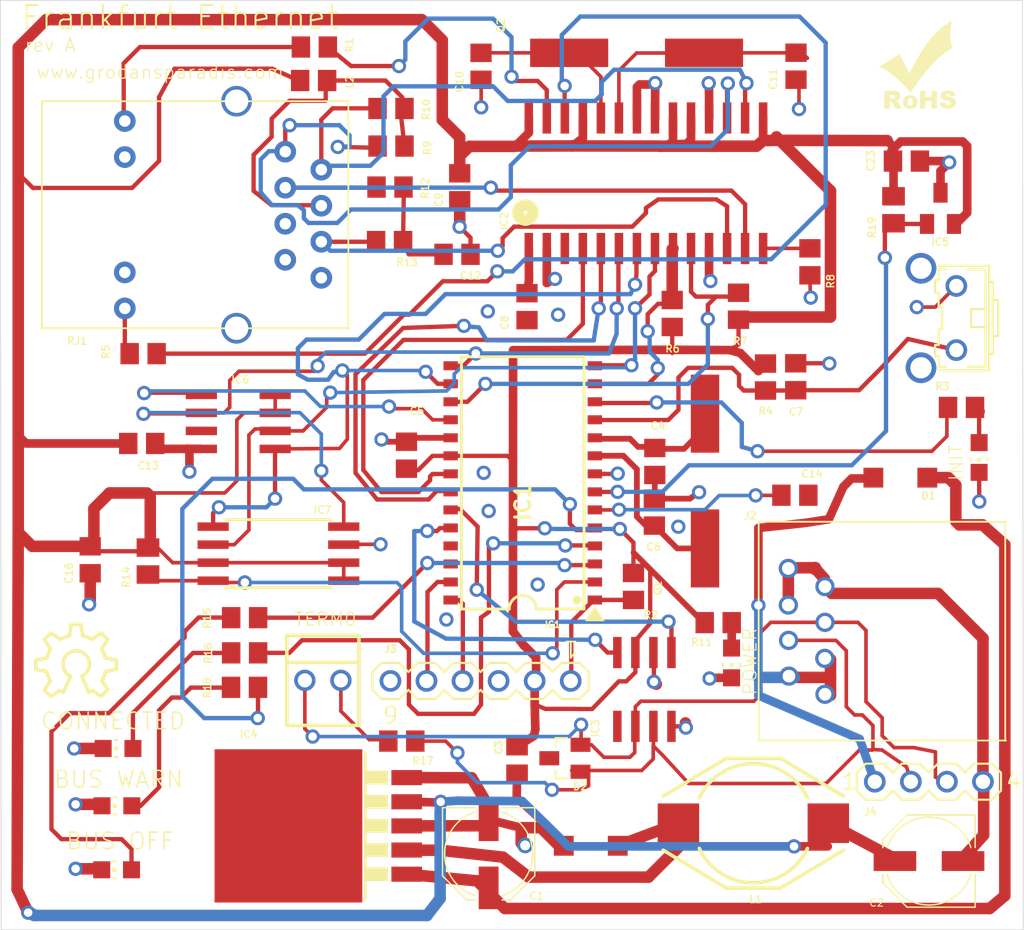
<source format=kicad_pcb>
(kicad_pcb (version 20241229) (generator "pcbnew") (generator_version "9.0")
  (layers (0 "F.Cu" signal) (4 "In1.Cu" signal) (6 "In2.Cu" signal) (8 "In3.Cu" signal) (10 "In4.Cu" signal) (2 "B.Cu" signal) (13 "F.Paste" user) (15 "B.Paste" user) (5 "F.SilkS" user "F.Silkscreen") (7 "B.SilkS" user "B.Silkscreen") (1 "F.Mask" user) (3 "B.Mask" user) (25 "Edge.Cuts" user))
  (net 0 "")
  (net 1 "+12V")
  (net 2 "VREF")
  (net 3 "GND")
  (net 4 "VCC")
  (net 5 "TXCAN")
  (net 6 "N$4")
  (net 7 "N$6")
  (net 8 "RXCAN")
  (net 9 "N$5")
  (net 10 "IO5")
  (net 11 "CANL")
  (net 12 "VIN2")
  (net 13 "N$1")
  (net 14 "N$2")
  (net 15 "N$7")
  (net 16 "N$20")
  (net 17 "N$22")
  (net 18 "N$11")
  (net 19 "RESET")
  (net 20 "SCK")
  (net 21 "MISO")
  (net 22 "MOSI")
  (net 23 "LED_BUS_OFF")
  (net 24 "LED_BUS_WARN")
  (net 25 "LED_CONNECTED")
  (net 26 "IO2")
  (net 27 "INT0")
  (net 28 "INT1")
  (net 29 "IO3")
  (net 30 "IO4")
  (net 31 "N$3")
  (net 32 "N$8")
  (net 33 "N$10")
  (net 34 "LEDA")
  (net 35 "LEDB")
  (net 36 "ETH_RESET")
  (net 37 "ETH_CS")
  (net 38 "N$9")
  (net 39 "N$13")
  (net 40 "N$15")
  (net 41 "N$16")
  (net 42 "TPOUT+")
  (net 43 "TPOUT-")
  (net 44 "TPIN+")
  (net 45 "TPIN-")
  (net 46 "N$19")
  (net 47 "N$17")
  (net 48 "EUI48")
  (net 49 "RAM_CS")
  (net 50 "ROM_CS1")
  (net 51 "N$14")
  (net 52 "N$21")
  (net 53 "N$24")
  (footprint "C0805" (layer "F.Cu") (at 122.4311 103.4836 180)
    (property "Reference" "C13")
    (property "Value" "0.1uF" (hide yes))
  )
  (footprint "OSHW_10X200_NOTEXT" (layer "F.Cu") (at 114.9711 121.3236)
    (property "Reference" "U$2" (hide yes))
    (property "Value" "" (hide yes))
  )
  (footprint "C0805" (layer "F.Cu") (at 144.6411 90.1536 180)
    (property "Reference" "C12")
    (property "Value" "0.1uF" (hide yes))
  )
  (footprint "CHIP-LED0805" (layer "F.Cu") (at 181.4211 104.4736 180)
    (property "Reference" "LED1" (hide yes))
    (property "Value" "")
  )
  (footprint "9C" (layer "F.Cu") (at 162.1111 106.1236 -90)
    (property "Reference" "Q1")
    (property "Value" "10 MHz" (hide yes))
  )
  (footprint "R0805" (layer "F.Cu") (at 169.5011 90.6836 -90)
    (property "Reference" "R8")
    (property "Value" "2K 1%" (hide yes))
  )
  (footprint "R0805" (layer "F.Cu") (at 180.1811 100.9436 180)
    (property "Reference" "R3")
    (property "Value" "1K" (hide yes))
  )
  (footprint "C0805" (layer "F.Cu") (at 158.5427 108.325 -90)
    (property "Reference" "C6")
    (property "Value" "15pF" (hide yes))
  )
  (footprint "SOD123" (layer "F.Cu") (at 154.0633 131.8414 180)
    (property "Reference" "D3" (hide yes))
    (property "Value" "1N5819" (hide yes))
  )
  (footprint "C0805" (layer "F.Cu") (at 158.5737 104.7544 90)
    (property "Reference" "C4")
    (property "Value" "15pF" (hide yes))
  )
  (footprint "M0805" (layer "F.Cu") (at 122.8711 111.7736 90)
    (property "Reference" "R14")
    (property "Value" "100k" (hide yes))
  )
  (footprint "CHIP-LED0805" (layer "F.Cu") (at 163.9811 118.9536 180)
    (property "Reference" "LED2" (hide yes))
    (property "Value" "Red LED" (hide yes))
  )
  (footprint "R0805" (layer "F.Cu") (at 164.4711 93.8136 90)
    (property "Reference" "R7")
    (property "Value" "10K" (hide yes))
  )
  (footprint "CHIP-LED0805" (layer "F.Cu") (at 120.7611 124.9836 90)
    (property "Reference" "LED4" (hide yes))
    (property "Value" "")
  )
  (footprint "SO28" (layer "F.Cu") (at 149.2711 106.2636 90)
    (property "Reference" "IC1")
    (property "Value" "PIC18F26K80" (hide yes))
  )
  (footprint "SO-08" (layer "F.Cu") (at 157.8411 120.8236 180)
    (property "Reference" "IC3")
    (property "Value" "SN65HVD232" (hide yes))
  )
  (footprint "C0805" (layer "F.Cu") (at 141.0811 104.3136 90)
    (property "Reference" "C5")
    (property "Value" "0.1uF" (hide yes))
  )
  (footprint "C0805" (layer "F.Cu") (at 168.4411 107.1336 180)
    (property "Reference" "C14")
    (property "Value" "10 uF" (hide yes))
  )
  (footprint "C0805" (layer "F.Cu") (at 168.5211 76.8936 90)
    (property "Reference" "C11")
    (property "Value" "18pF" (hide yes))
  )
  (footprint "SOD123" (layer "F.Cu") (at 175.8711 105.8936 180)
    (property "Reference" "D1")
    (property "Value" "1N5819" (hide yes))
  )
  (footprint "22-23-2021" (layer "F.Cu") (at 135.1911 120.1836)
    (property "Reference" "TERM0")
    (property "Value" "22-23-2021" (hide yes))
  )
  (footprint "DO3316P" (layer "F.Cu") (at 165.5187 130.2514)
    (property "Reference" "L1")
    (property "Value" "330 uH" (hide yes))
  )
  (footprint "B3F-31XX" (layer "F.Cu") (at 178.5711 94.6436 90)
    (property "Reference" "S1" (hide yes))
    (property "Value" "")
  )
  (footprint "C0805" (layer "F.Cu") (at 144.8311 85.3936 90)
    (property "Reference" "C9")
    (property "Value" "0.1uF" (hide yes))
  )
  (footprint "SOT23" (layer "F.Cu") (at 178.7011 86.9136)
    (property "Reference" "IC5")
    (property "Value" "11AA02E48" (hide yes))
  )
  (footprint "R0805" (layer "F.Cu") (at 134.5911 75.5436)
    (property "Reference" "R1")
    (property "Value" "180" (hide yes))
  )
  (footprint "R0805" (layer "F.Cu") (at 134.5411 77.9036 180)
    (property "Reference" "L2")
    (property "Value" "0.5A 60R" (hide yes))
  )
  (footprint "9C" (layer "F.Cu") (at 157.2811 75.9536)
    (property "Reference" "Q2")
    (property "Value" "25 MHz" (hide yes))
  )
  (footprint "CHIP-LED0805" (layer "F.Cu") (at 120.6811 129.0236 90)
    (property "Reference" "LED5" (hide yes))
    (property "Value" "")
  )
  (footprint "M0805" (layer "F.Cu") (at 175.3911 87.0136 -90)
    (property "Reference" "R19")
    (property "Value" "22K" (hide yes))
  )
  (footprint "PANASONIC_D" (layer "F.Cu") (at 146.8689 132.4094 -90)
    (property "Reference" "C1")
    (property "Value" "100uF" (hide yes))
  )
  (footprint "SO28W" (layer "F.Cu") (at 157.9511 85.1436)
    (property "Reference" "IC2")
    (property "Value" "ENC28J60-SO" (hide yes))
  )
  (footprint "C0805" (layer "F.Cu") (at 149.5711 93.8436 90)
    (property "Reference" "C8")
    (property "Value" "10uF" (hide yes))
  )
  (footprint "R0805" (layer "F.Cu") (at 163.0411 116.1136 180)
    (property "Reference" "R11")
    (property "Value" "1K" (hide yes))
  )
  (footprint "C0805" (layer "F.Cu") (at 168.5011 98.7836 -90)
    (property "Reference" "C7")
    (property "Value" "0.1uF" (hide yes))
  )
  (footprint "R0805" (layer "F.Cu") (at 129.6811 115.7636)
    (property "Reference" "R15")
    (property "Value" "1K" (hide yes))
  )
  (footprint "ROHS_SILK" (layer "F.Cu") (at 176.5011 77.4736)
    (property "Reference" "U$1" (hide yes))
    (property "Value" "" (hide yes))
  )
  (footprint "R0805" (layer "F.Cu") (at 140.7511 124.4636 180)
    (property "Reference" "R17")
    (property "Value" "120" (hide yes))
  )
  (footprint "C0805" (layer "F.Cu") (at 146.3311 76.9036 90)
    (property "Reference" "C10")
    (property "Value" "18pF" (hide yes))
  )
  (footprint "CHIP-LED0805" (layer "F.Cu") (at 120.6611 133.5336 90)
    (property "Reference" "LED3" (hide yes))
    (property "Value" "")
  )
  (footprint "R0805" (layer "F.Cu") (at 139.9911 79.8736 180)
    (property "Reference" "R10")
    (property "Value" "49.9 1%" (hide yes))
  )
  (footprint "HR911105A" (layer "F.Cu") (at 126.1911 87.3636 180)
    (property "Reference" "RJ1")
    (property "Value" "HR911105A" (hide yes))
  )
  (footprint "PANASONIC_D" (layer "F.Cu") (at 177.8887 132.9178 180)
    (property "Reference" "C2")
    (property "Value" "330uF" (hide yes))
  )
  (footprint "MA04-1" (layer "F.Cu") (at 177.8811 127.3236)
    (property "Reference" "J4")
    (property "Value" "")
  )
  (footprint "R0805" (layer "F.Cu") (at 139.8911 89.2536)
    (property "Reference" "R13")
    (property "Value" "49.9 1%" (hide yes))
  )
  (footprint "C0805" (layer "F.Cu") (at 118.8011 111.6836 90)
    (property "Reference" "C16")
    (property "Value" "0.1uF" (hide yes))
  )
  (footprint "R0805" (layer "F.Cu") (at 129.6811 118.2436)
    (property "Reference" "R16")
    (property "Value" "1K" (hide yes))
  )
  (footprint "R0805" (layer "F.Cu") (at 157.0711 113.5636 90)
    (property "Reference" "R2")
    (property "Value" "10K" (hide yes))
  )
  (footprint "TO263-5" (layer "F.Cu") (at 135.3051 130.4412 90)
    (property "Reference" "IC4")
    (property "Value" "LM2575S" (hide yes))
  )
  (footprint "R0805" (layer "F.Cu") (at 166.3711 98.8036 90)
    (property "Reference" "R4")
    (property "Value" "10K" (hide yes))
  )
  (footprint "RJ-45" (layer "F.Cu") (at 176.9111 116.7136 90)
    (property "Reference" "J2")
    (property "Value" "A00-108-220-450" (hide yes))
  )
  (footprint "R0805" (layer "F.Cu") (at 122.5311 97.1536)
    (property "Reference" "R5")
    (property "Value" "180" (hide yes))
  )
  (footprint "SOP8W" (layer "F.Cu") (at 132.0611 111.2536)
    (property "Reference" "IC7")
    (property "Value" "AT45DB041D" (hide yes))
  )
  (footprint "R0805" (layer "F.Cu") (at 139.9211 85.4136)
    (property "Reference" "R12")
    (property "Value" "49.9 1%" (hide yes))
  )
  (footprint "R0805" (layer "F.Cu") (at 139.9911 82.5236 180)
    (property "Reference" "R9")
    (property "Value" "49.9 1%" (hide yes))
  )
  (footprint "SO-8" (layer "F.Cu") (at 129.2311 101.9636 -90)
    (property "Reference" "IC6")
    (property "Value" "MCP23A256" (hide yes))
  )
  (footprint "C0805" (layer "F.Cu") (at 176.3011 83.5836)
    (property "Reference" "C23")
    (property "Value" "0.1uF" (hide yes))
  )
  (footprint "R0805" (layer "F.Cu") (at 129.6711 120.6736)
    (property "Reference" "R18")
    (property "Value" "1K" (hide yes))
  )
  (footprint "MA06-1" (layer "F.Cu") (at 146.3011 120.2236 180)
    (property "Reference" "J3")
    (property "Value" "")
  )
  (footprint "0805" (layer "F.Cu") (at 148.8711 125.7936 90)
    (property "Reference" "C3")
    (property "Value" "100nF" (hide yes))
  )
  (footprint "R0805" (layer "F.Cu") (at 159.8011 94.3236 90)
    (property "Reference" "R6")
    (property "Value" "100K" (hide yes))
  )
  (footprint "SOT23" (layer "F.Cu") (at 152.2411 125.6736 90)
    (property "Reference" "D2")
    (property "Value" "NUP2105L" (hide yes))
  )
  (gr_circle (center 149.4611 87.2136) (end 149.583162 87.2136) (stroke (width 0.8128)) (fill no) (layer "F.SilkS"))
  (gr_line (start 184.4711 72.2536) (end 184.5311 137.7536) (stroke (width 0.05)) (layer "Edge.Cuts"))
  (gr_line (start 112.4711 72.2536) (end 184.4711 72.2536) (stroke (width 0.05)) (layer "Edge.Cuts"))
  (gr_line (start 184.5311 137.7536) (end 112.5311 137.7536) (stroke (width 0.05)) (layer "Edge.Cuts"))
  (gr_line (start 112.5311 137.7536) (end 112.4711 72.2536) (stroke (width 0.05)) (layer "Edge.Cuts"))
  (gr_text "CONNECTED" (at 115.2511 123.7336 0) (layer "F.SilkS") (effects (font (size 1.1684 1.1684) (thickness 0.1016)) (justify left bottom)))
  (gr_text "POWER" (at 165.8211 121.2936 90) (layer "F.SilkS") (effects (font (size 0.93472 0.93472) (thickness 0.08128)) (justify left bottom)))
  (gr_text "BUS OFF" (at 117.0311 132.1936 0) (layer "F.SilkS") (effects (font (size 1.1684 1.1684) (thickness 0.1016)) (justify left bottom)))
  (gr_text "rev A" (at 114.1251 75.9606 0) (layer "F.SilkS") (effects (font (size 0.93472 0.93472) (thickness 0.08128)) (justify left bottom)))
  (gr_text "BUS WARN" (at 116.1711 127.8436 0) (layer "F.SilkS") (effects (font (size 1.1684 1.1684) (thickness 0.1016)) (justify left bottom)))
  (gr_text "INIT" (at 180.3411 106.1836 90) (layer "F.SilkS") (effects (font (size 0.93472 0.93472) (thickness 0.08128)) (justify left bottom)))
  (gr_text "www.grodansparadis.com" (at 114.942099 77.854515 0) (layer "F.SilkS") (effects (font (size 0.93472 0.93472) (thickness 0.08128)) (justify left bottom)))
  (gr_text "Frankfurt Ethernet" (at 113.8375 74.4282 0) (layer "F.SilkS") (effects (font (size 1.63576 1.63576) (thickness 0.14224)) (justify left bottom)))
  (segment (start 171.8611 106.5336) (end 172.4411 105.9536) (width 0.6096) (layer "F.Cu") (net 1))
  (segment (start 172.4411 105.9536) (end 173.9111 105.9536) (width 0.6096) (layer "F.Cu") (net 1))
  (segment (start 165.8711 114.8936) (end 165.8711 109.4436) (width 0.6096) (layer "F.Cu") (net 1))
  (segment (start 170.9511 119.9736) (end 170.9511 121.2436) (width 0.8128) (layer "F.Cu") (net 1))
  (segment (start 169.1911 109.0836) (end 170.8311 108.8236) (width 0.6096) (layer "F.Cu") (net 1))
  (segment (start 168.4111 119.9736) (end 170.9511 119.9736) (width 0.8128) (layer "F.Cu") (net 1))
  (segment (start 170.9511 118.7036) (end 170.5511 118.6336) (width 0.8128) (layer "F.Cu") (net 1))
  (segment (start 173.9111 105.9536) (end 173.9711 105.8936) (width 0.3048) (layer "F.Cu") (net 1))
  (segment (start 168.0211 119.8836) (end 168.4111 119.9736) (width 0.2032) (layer "F.Cu") (net 1))
  (segment (start 170.8311 108.8236) (end 171.8611 106.5336) (width 0.6096) (layer "F.Cu") (net 1))
  (segment (start 165.8711 109.4436) (end 169.1911 109.0836) (width 0.6096) (layer "F.Cu") (net 1))
  (segment (start 170.9511 121.2436) (end 170.5611 121.1636) (width 0.2032) (layer "F.Cu") (net 1))
  (segment (start 170.9511 119.9736) (end 170.9511 118.7036) (width 0.8128) (layer "F.Cu") (net 1))
  (via (at 165.8711 114.8936) (size 1.0064) (drill 0.6) (layers "F.Cu" "B.Cu") (net 1))
  (segment (start 173.0011 124.3136) (end 174.0711 127.3236) (width 0.6096) (layer "B.Cu") (net 1))
  (segment (start 165.8711 119.9736) (end 165.8711 114.8936) (width 0.6096) (layer "B.Cu") (net 1))
  (segment (start 165.8711 121.2436) (end 173.0011 124.3136) (width 0.6096) (layer "B.Cu") (net 1))
  (segment (start 165.8711 121.2436) (end 165.8711 119.9736) (width 0.6096) (layer "B.Cu") (net 1))
  (segment (start 168.4111 119.9736) (end 168.0211 119.8836) (width 0.2032) (layer "B.Cu") (net 1))
  (segment (start 165.8711 119.9736) (end 168.4111 119.9736) (width 0.8128) (layer "B.Cu") (net 1))
  (segment (start 168.0211 112.2536) (end 167.9811 112.2936) (width 0.8128) (layer "F.Cu") (net 3))
  (segment (start 147.1545 130.546) (end 147.1779 130.5694) (width 0.6096) (layer "F.Cu") (net 3))
  (segment (start 141.0963 130.4412) (end 146.5783 130.4296) (width 0.8128) (layer "F.Cu") (net 3))
  (segment (start 126.6311 103.8686) (end 125.5911 103.8686) (width 0.6096) (layer "F.Cu") (net 3))
  (segment (start 157.3161 78.3586) (end 157.4911 78.1836) (width 0.6096) (layer "F.Cu") (net 3))
  (segment (start 139.2511 110.5936) (end 136.6861 110.5936) (width 0.254) (layer "F.Cu") (net 3))
  (segment (start 158.5427 107.375) (end 158.5737 107.344) (width 0.4064) (layer "F.Cu") (net 3))
  (segment (start 157.4911 78.1836) (end 158.5011 78.1836) (width 0.6096) (layer "F.Cu") (net 3))
  (segment (start 146.9689 130.6046) (end 147.0021 130.5714) (width 0.6096) (layer "F.Cu") (net 3))
  (segment (start 181.6911 117.2136) (end 178.5311 114.0536) (width 0.8128) (layer "F.Cu") (net 3))
  (segment (start 125.5911 103.8686) (end 123.7661 103.8686) (width 0.6096) (layer "F.Cu") (net 3))
  (segment (start 152.0059 131.8414) (end 152.1075 131.943) (width 0.6096) (layer "F.Cu") (net 3))
  (segment (start 160.7311 123.1836) (end 160.7611 123.5136) (width 0.8128) (layer "F.Cu") (net 3))
  (segment (start 155.7961 105.6286) (end 155.9611 105.6136) (width 0.3048) (layer "F.Cu") (net 3))
  (segment (start 157.3161 80.5436) (end 157.3161 78.3586) (width 0.6096) (layer "F.Cu") (net 3))
  (segment (start 148.8436 128.4636) (end 148.8711 126.7461) (width 0.6096) (layer "F.Cu") (net 3))
  (segment (start 181.7411 131.0836) (end 181.7411 127.5936) (width 0.8128) (layer "F.Cu") (net 3))
  (segment (start 117.7711 128.9236) (end 119.5311 128.9236) (width 0.8128) (layer "F.Cu") (net 3))
  (segment (start 169.8811 112.2436) (end 168.0211 112.2536) (width 0.8128) (layer "F.Cu") (net 3))
  (segment (start 162.4811 120.0036) (end 163.9811 120.0036) (width 0.6096) (layer "F.Cu") (net 3))
  (segment (start 178.7011 84.2836) (end 179.3111 83.6736) (width 0.6096) (layer "F.Cu") (net 3))
  (segment (start 170.5611 113.5736) (end 170.5111 113.0136) (width 0.8128) (layer "F.Cu") (net 3))
  (segment (start 181.6911 127.3236) (end 181.6911 117.2136) (width 0.8128) (layer "F.Cu") (net 3))
  (segment (start 144.8311 86.3436) (end 144.8311 88.2036) (width 0.8128) (layer "F.Cu") (net 3))
  (segment (start 177.0311 93.8736) (end 178.3251 93.8736) (width 0.254) (layer "F.Cu") (net 3))
  (segment (start 171.0411 114.0536) (end 170.5611 113.5736) (width 0.8128) (layer "F.Cu") (net 3))
  (segment (start 125.7911 105.4736) (end 125.7911 104.0686) (width 0.6096) (layer "F.Cu") (net 3))
  (segment (start 149.1611 130.5694) (end 149.1611 131.6636) (width 0.8128) (layer "F.Cu") (net 3))
  (segment (start 117.7711 133.4636) (end 119.5411 133.4636) (width 0.8128) (layer "F.Cu") (net 3))
  (segment (start 158.5011 78.1836) (end 158.6011 78.0836) (width 0.6096) (layer "F.Cu") (net 3))
  (segment (start 145.6707 127.0476) (end 141.0963 127.0376) (width 0.8128) (layer "F.Cu") (net 3))
  (segment (start 146.8689 130.0094) (end 146.9689 130.6046) (width 0.6096) (layer "F.Cu") (net 3))
  (segment (start 169.5011 91.6336) (end 169.5311 93.1936) (width 0.254) (layer "F.Cu") (net 3))
  (segment (start 170.5111 113.0136) (end 169.9411 112.3636) (width 0.8128) (layer "F.Cu") (net 3))
  (segment (start 149.1611 130.5694) (end 149.1611 130.3936) (width 0.254) (layer "F.Cu") (net 3))
  (segment (start 158.5737 107.344) (end 158.5737 105.7044) (width 0.4064) (layer "F.Cu") (net 3))
  (segment (start 170.8511 97.8336) (end 170.8711 97.8536) (width 0.3048) (layer "F.Cu") (net 3))
  (segment (start 146.5783 130.4296) (end 146.8629 131.1066) (width 0.6096) (layer "F.Cu") (net 3))
  (segment (start 162.4011 80.5086) (end 162.3961 80.5436) (width 0.6096) (layer "F.Cu") (net 3))
  (segment (start 147.0021 130.5714) (end 147.0021 129.3014) (width 0.6096) (layer "F.Cu") (net 3))
  (segment (start 149.6711 129.1936) (end 148.8436 128.4636) (width 0.6096) (layer "F.Cu") (net 3))
  (segment (start 151.8633 131.8766) (end 151.9551 131.9684) (width 0.6096) (layer "F.Cu") (net 3))
  (segment (start 147.1779 130.5694) (end 146.8689 130.0094) (width 0.6096) (layer "F.Cu") (net 3))
  (segment (start 139.7211 103.3636) (end 141.0811 103.3636) (width 0.4064) (layer "F.Cu") (net 3))
  (segment (start 152.1633 131.8414) (end 152.0059 131.8414) (width 0.6096) (layer "F.Cu") (net 3))
  (segment (start 146.8689 130.0094) (end 149.1611 130.5694) (width 0.6096) (layer "F.Cu") (net 3))
  (segment (start 147.1779 130.5694) (end 147.2307 130.6222) (width 0.6096) (layer "F.Cu") (net 3))
  (segment (start 168.7311 78.0536) (end 168.5211 77.8436) (width 0.254) (layer "F.Cu") (net 3))
  (segment (start 136.6861 110.5936) (end 136.6611 110.6186) (width 0.254) (layer "F.Cu") (net 3))
  (segment (start 145.5911 88.9836) (end 144.8211 88.2136) (width 0.3048) (layer "F.Cu") (net 3))
  (segment (start 146.8629 131.1066) (end 147.1545 130.546) (width 0.6096) (layer "F.Cu") (net 3))
  (segment (start 162.3711 78.0936) (end 162.3911 78.4536) (width 0.6096) (layer "F.Cu") (net 3))
  (segment (start 150.9661 92.1786) (end 151.5411 91.8836) (width 0.6096) (layer "F.Cu") (net 3))
  (segment (start 161.0397 107.375) (end 161.6911 106.9236) (width 0.4064) (layer "F.Cu") (net 3))
  (segment (start 141.0811 103.3636) (end 141.3561 103.0886) (width 0.4064) (layer "F.Cu") (net 3))
  (segment (start 146.9689 130.6046) (end 146.8751 130.6984) (width 0.6096) (layer "F.Cu") (net 3))
  (segment (start 180.2887 132.696) (end 181.7411 131.0836) (width 0.8128) (layer "F.Cu") (net 3))
  (segment (start 152.0059 131.8414) (end 151.4611 131.2966) (width 0.6096) (layer "F.Cu") (net 3))
  (segment (start 179.2211 83.5836) (end 179.3111 83.6736) (width 0.6096) (layer "F.Cu") (net 3))
  (segment (start 145.5911 90.1536) (end 145.5911 88.9836) (width 0.3048) (layer "F.Cu") (net 3))
  (segment (start 150.5561 130.0086) (end 149.6711 129.1936) (width 0.6096) (layer "F.Cu") (net 3))
  (segment (start 160.6711 123.4236) (end 160.7611 123.5136) (width 0.3048) (layer "F.Cu") (net 3))
  (segment (start 180.2887 132.9178) (end 180.2887 132.696) (width 0.8128) (layer "F.Cu") (net 3))
  (segment (start 162.3961 91.9386) (end 162.4911 92.0336) (width 0.6096) (layer "F.Cu") (net 3))
  (segment (start 169.8311 112.3536) (end 169.8811 112.2436) (width 0.8128) (layer "F.Cu") (net 3))
  (segment (start 181.4211 105.5236) (end 181.4311 107.5836) (width 0.3048) (layer "F.Cu") (net 3))
  (segment (start 146.3411 79.7936) (end 146.3411 77.8636) (width 0.254) (layer "F.Cu") (net 3))
  (segment (start 162.3961 89.7436) (end 162.3961 91.9386) (width 0.6096) (layer "F.Cu") (net 3))
  (segment (start 149.1611 130.5694) (end 150.5561 130.5694) (width 0.8128) (layer "F.Cu") (net 3))
  (segment (start 150.5561 130.5694) (end 151.8633 131.8766) (width 0.8128) (layer "F.Cu") (net 3))
  (segment (start 162.3911 78.4536) (end 162.4111 80.5036) (width 0.6096) (layer "F.Cu") (net 3))
  (segment (start 158.5427 107.375) (end 161.0397 107.375) (width 0.4064) (layer "F.Cu") (net 3))
  (segment (start 159.7461 123.4236) (end 160.6711 123.4236) (width 0.3048) (layer "F.Cu") (net 3))
  (segment (start 169.9411 112.3636) (end 169.8811 112.2436) (width 0.8128) (layer "F.Cu") (net 3))
  (segment (start 149.1611 131.6636) (end 149.4405 131.816) (width 0.6096) (layer "F.Cu") (net 3))
  (segment (start 167.9811 112.2936) (end 167.9811 114.8736) (width 0.8128) (layer "F.Cu") (net 3))
  (segment (start 150.9661 89.7436) (end 150.9661 92.1786) (width 0.6096) (layer "F.Cu") (net 3))
  (segment (start 147.0021 129.3014) (end 145.6707 127.0476) (width 0.8128) (layer "F.Cu") (net 3))
  (segment (start 158.5111 120.2836) (end 158.5111 118.2586) (width 0.3048) (layer "F.Cu") (net 3))
  (segment (start 144.8311 88.2036) (end 144.8211 88.2136) (width 0.8128) (layer "F.Cu") (net 3))
  (segment (start 146.3411 77.8636) (end 146.3311 77.8536) (width 0.254) (layer "F.Cu") (net 3))
  (segment (start 119.5411 133.4636) (end 119.6111 133.5336) (width 0.8128) (layer "F.Cu") (net 3))
  (segment (start 117.6711 124.9836) (end 119.7111 124.9836) (width 0.8128) (layer "F.Cu") (net 3))
  (segment (start 118.8011 112.6336) (end 118.8011 114.7436) (width 0.8128) (layer "F.Cu") (net 3))
  (segment (start 177.2511 83.5836) (end 179.2211 83.5836) (width 0.6096) (layer "F.Cu") (net 3))
  (segment (start 158.6011 80.5286) (end 158.5861 80.5436) (width 0.6096) (layer "F.Cu") (net 3))
  (segment (start 118.8011 114.7436) (end 118.7211 114.8236) (width 0.8128) (layer "F.Cu") (net 3))
  (segment (start 169.5311 93.1936) (end 169.5611 93.2036) (width 0.254) (layer "F.Cu") (net 3))
  (segment (start 154.3511 105.6286) (end 155.7961 105.6286) (width 0.3048) (layer "F.Cu") (net 3))
  (segment (start 178.3251 93.8736) (end 179.8157 92.383) (width 0.254) (layer "F.Cu") (net 3))
  (segment (start 168.7311 79.9136) (end 168.7311 78.0536) (width 0.254) (layer "F.Cu") (net 3))
  (segment (start 158.6011 78.0836) (end 158.6011 80.5286) (width 0.6096) (layer "F.Cu") (net 3))
  (segment (start 141.3561 103.0886) (end 144.1911 103.0886) (width 0.4064) (layer "F.Cu") (net 3))
  (segment (start 158.6811 120.4536) (end 158.5111 120.2836) (width 0.8128) (layer "F.Cu") (net 3))
  (segment (start 123.7661 103.8686) (end 123.3811 103.4836) (width 0.6096) (layer "F.Cu") (net 3))
  (segment (start 181.7411 127.5936) (end 181.6911 127.3236) (width 0.8128) (layer "F.Cu") (net 3))
  (segment (start 178.5311 114.0536) (end 171.0411 114.0536) (width 0.8128) (layer "F.Cu") (net 3))
  (segment (start 125.7911 104.0686) (end 125.5911 103.8686) (width 0.6096) (layer "F.Cu") (net 3))
  (segment (start 158.5111 118.2586) (end 158.4761 118.2236) (width 0.3048) (layer "F.Cu") (net 3))
  (segment (start 139.3211 103.2036) (end 139.7211 103.3636) (width 0.4064) (layer "F.Cu") (net 3))
  (segment (start 168.5011 97.8336) (end 170.8511 97.8336) (width 0.3048) (layer "F.Cu") (net 3))
  (segment (start 178.7011 85.8136) (end 178.7011 84.2836) (width 0.6096) (layer "F.Cu") (net 3))
  (segment (start 119.5311 128.9236) (end 119.6311 129.0236) (width 0.8128) (layer "F.Cu") (net 3))
  (segment (start 151.8633 131.8766) (end 152.1633 131.8414) (width 0.6096) (layer "F.Cu") (net 3))
  (segment (start 150.5561 130.5694) (end 150.5561 130.0086) (width 0.6096) (layer "F.Cu") (net 3))
  (via (at 160.2311 109.3536) (size 1.0064) (drill 0.6) (layers "F.Cu" "B.Cu") (net 3))
  (via (at 118.7211 114.8236) (size 1.0064) (drill 0.6) (layers "F.Cu" "B.Cu") (net 3))
  (via (at 158.5111 120.2836) (size 1.0064) (drill 0.6) (layers "F.Cu" "B.Cu") (net 3))
  (via (at 162.4311 120.0536) (size 1.0064) (drill 0.6) (layers "F.Cu" "B.Cu") (net 3))
  (via (at 151.7611 94.4136) (size 1.0064) (drill 0.6) (layers "F.Cu" "B.Cu") (net 3))
  (via (at 162.3711 78.0936) (size 1.0064) (drill 0.6) (layers "F.Cu" "B.Cu") (net 3))
  (via (at 117.7711 133.4636) (size 1.0064) (drill 0.6) (layers "F.Cu" "B.Cu") (net 3))
  (via (at 168.7311 79.9136) (size 1.0064) (drill 0.6) (layers "F.Cu" "B.Cu") (net 3))
  (via (at 151.5411 91.8836) (size 1.0064) (drill 0.6) (layers "F.Cu" "B.Cu") (net 3))
  (via (at 179.3111 83.6736) (size 1.0064) (drill 0.6) (layers "F.Cu" "B.Cu") (net 3))
  (via (at 139.3211 103.2036) (size 1.0064) (drill 0.6) (layers "F.Cu" "B.Cu") (net 3))
  (via (at 117.6711 124.9836) (size 1.0064) (drill 0.6) (layers "F.Cu" "B.Cu") (net 3))
  (via (at 144.8211 88.2136) (size 1.0064) (drill 0.6) (layers "F.Cu" "B.Cu") (net 3))
  (via (at 146.8111 94.1736) (size 1.0064) (drill 0.6) (layers "F.Cu" "B.Cu") (net 3))
  (via (at 162.4911 92.0336) (size 1.0064) (drill 0.6) (layers "F.Cu" "B.Cu") (net 3))
  (via (at 143.8911 115.8936) (size 1.0064) (drill 0.6) (layers "F.Cu" "B.Cu") (net 3))
  (via (at 149.4405 131.816) (size 1.1064) (drill 0.7) (layers "F.Cu" "B.Cu") (net 3))
  (via (at 155.9611 105.6136) (size 1.0064) (drill 0.6) (layers "F.Cu" "B.Cu") (net 3))
  (via (at 170.8711 97.8536) (size 1.0064) (drill 0.6) (layers "F.Cu" "B.Cu") (net 3))
  (via (at 125.7911 105.4736) (size 1.0064) (drill 0.6) (layers "F.Cu" "B.Cu") (net 3))
  (via (at 160.7611 123.5136) (size 1.0064) (drill 0.6) (layers "F.Cu" "B.Cu") (net 3))
  (via (at 146.8711 108.2436) (size 1.0064) (drill 0.6) (layers "F.Cu" "B.Cu") (net 3))
  (via (at 117.7711 128.9236) (size 1.0064) (drill 0.6) (layers "F.Cu" "B.Cu") (net 3))
  (via (at 158.6011 78.0836) (size 1.0064) (drill 0.6) (layers "F.Cu" "B.Cu") (net 3))
  (via (at 177.0311 93.8736) (size 1.0064) (drill 0.6) (layers "F.Cu" "B.Cu") (net 3))
  (via (at 181.4311 107.5836) (size 1.0064) (drill 0.6) (layers "F.Cu" "B.Cu") (net 3))
  (via (at 146.5211 105.5536) (size 1.0064) (drill 0.6) (layers "F.Cu" "B.Cu") (net 3))
  (via (at 146.3411 79.7936) (size 1.0064) (drill 0.6) (layers "F.Cu" "B.Cu") (net 3))
  (via (at 150.3211 113.4336) (size 1.0064) (drill 0.6) (layers "F.Cu" "B.Cu") (net 3))
  (via (at 161.6911 106.9236) (size 1.0064) (drill 0.6) (layers "F.Cu" "B.Cu") (net 3))
  (via (at 139.2511 110.5936) (size 1.0064) (drill 0.6) (layers "F.Cu" "B.Cu") (net 3))
  (via (at 169.5611 93.2036) (size 1.0064) (drill 0.6) (layers "F.Cu" "B.Cu") (net 3))
  (segment (start 181.6911 127.3336) (end 181.6911 127.3236) (width 0.3048) (layer "B.Cu") (net 3))
  (segment (start 181.6911 127.3336) (end 181.7927 127.425222) (width 0.3048) (layer "B.Cu") (net 3))
  (segment (start 131.8311 101.3286) (end 129.6361 101.3286) (width 0.254) (layer "F.Cu") (net 4))
  (segment (start 113.7311 109.7536) (end 113.6511 134.9136) (width 0.8128) (layer "F.Cu") (net 4))
  (segment (start 149.6961 80.5436) (end 149.6961 81.5886) (width 0.6096) (layer "F.Cu") (net 4))
  (segment (start 123.6511 79.0736) (end 123.6511 83.5736) (width 0.3048) (layer "F.Cu") (net 4))
  (segment (start 122.8011 106.9736) (end 122.6011 106.9736) (width 0.254) (layer "F.Cu") (net 4))
  (segment (start 175.2511 83.4836) (end 175.3511 83.5836) (width 0.6096) (layer "F.Cu") (net 4))
  (segment (start 121.7511 85.4736) (end 114.7611 85.4736) (width 0.3048) (layer "F.Cu") (net 4))
  (segment (start 180.5811 82.5236) (end 180.2611 82.2036) (width 0.6096) (layer "F.Cu") (net 4))
  (segment (start 166.2061 82.1386) (end 167.1411 82.1186) (width 0.8128) (layer "F.Cu") (net 4))
  (segment (start 128.2811 106.9736) (end 122.8011 106.9736) (width 0.254) (layer "F.Cu") (net 4))
  (segment (start 114.7611 85.4736) (end 113.7311 84.4436) (width 0.3048) (layer "F.Cu") (net 4))
  (segment (start 157.2061 119.6086) (end 157.2061 118.2236) (width 0.3048) (layer "F.Cu") (net 4))
  (segment (start 114.2811 103.4836) (end 113.7311 102.9336) (width 0.6096) (layer "F.Cu") (net 4))
  (segment (start 119.0611 108.0736) (end 119.0611 110.4736) (width 0.8128) (layer "F.Cu") (net 4))
  (segment (start 145.5111 82.5436) (end 144.8511 83.2036) (width 0.8128) (layer "F.Cu") (net 4))
  (segment (start 170.9511 94.5736) (end 170.9511 85.6836) (width 0.8128) (layer "F.Cu") (net 4))
  (segment (start 166.2061 82.1386) (end 165.7411 82.5336) (width 0.8128) (layer "F.Cu") (net 4))
  (segment (start 167.1411 81.8736) (end 167.1411 82.1186) (width 0.3048) (layer "F.Cu") (net 4))
  (segment (start 175.8911 82.2036) (end 175.4511 82.6436) (width 0.6096) (layer "F.Cu") (net 4))
  (segment (start 175.3911 83.6236) (end 175.3511 83.5836) (width 0.6096) (layer "F.Cu") (net 4))
  (segment (start 131.6211 77.0736) (end 124.7411 77.0736) (width 0.3048) (layer "F.Cu") (net 4))
  (segment (start 148.5811 116.7436) (end 148.584618 109.763291) (width 0.6096) (layer "F.Cu") (net 4))
  (segment (start 154.1611 122.2036) (end 156.0411 120.2536) (width 0.3048) (layer "F.Cu") (net 4))
  (segment (start 180.5811 87.2236) (end 180.5811 82.5236) (width 0.6096) (layer "F.Cu") (net 4))
  (segment (start 144.8311 81.9036) (end 143.6011 80.6736) (width 0.8128) (layer "F.Cu") (net 4))
  (segment (start 148.7411 82.5436) (end 148.6811 82.5436) (width 0.6096) (layer "F.Cu") (net 4))
  (segment (start 121.4811 103.4836) (end 114.2811 103.4836) (width 0.6096) (layer "F.Cu") (net 4))
  (segment (start 115.7011 73.6136) (end 113.7311 75.5836) (width 0.8128) (layer "F.Cu") (net 4))
  (segment (start 157.0711 110.4736) (end 157.0711 111.0836) (width 0.3048) (layer "F.Cu") (net 4))
  (segment (start 150.2111 120.1236) (end 150.1111 120.2236) (width 0.3048) (layer "F.Cu") (net 4))
  (segment (start 141.9111 105.3636) (end 142.9161 104.3586) (width 0.3048) (layer "F.Cu") (net 4))
  (segment (start 143.6011 75.0536) (end 142.1611 73.6136) (width 0.8128) (layer "F.Cu") (net 4))
  (segment (start 149.4311 117.7936) (end 150.2111 118.5736) (width 0.6096) (layer "F.Cu") (net 4))
  (segment (start 167.1411 82.1186) (end 174.9461 82.1386) (width 0.8128) (layer "F.Cu") (net 4))
  (segment (start 156.0411 120.2536) (end 156.5611 120.2536) (width 0.3048) (layer "F.Cu") (net 4))
  (segment (start 143.6011 80.6736) (end 143.6011 75.0536) (width 0.8128) (layer "F.Cu") (net 4))
  (segment (start 158.9611 82.5436) (end 158.8711 82.5236) (width 0.6096) (layer "F.Cu") (net 4))
  (segment (start 152.7711 82.5136) (end 148.7611 82.5236) (width 0.8128) (layer "F.Cu") (net 4))
  (segment (start 150.1111 121.8836) (end 150.8611 122.1936) (width 0.3048) (layer "F.Cu") (net 4))
  (segment (start 164.4711 96.5036) (end 163.8611 96.9036) (width 0.3048) (layer "F.Cu") (net 4))
  (segment (start 163.8611 96.9036) (end 164.6011 97.1136) (width 0.6096) (layer "F.Cu") (net 4))
  (segment (start 156.1111 109.6136) (end 156.1111 109.5136) (width 0.3048) (layer "F.Cu") (net 4))
  (segment (start 162.0611 116.1636) (end 162.0911 116.1136) (width 0.2032) (layer "F.Cu") (net 4))
  (segment (start 123.0311 107.2036) (end 122.8011 106.9736) (width 0.8128) (layer "F.Cu") (net 4))
  (segment (start 159.8561 82.1886) (end 159.3811 82.5336) (width 0.6096) (layer "F.Cu") (net 4))
  (segment (start 119.0611 110.4736) (end 118.8011 110.7336) (width 0.8128) (layer "F.Cu") (net 4))
  (segment (start 144.8311 84.4436) (end 144.8311 81.9036) (width 0.8128) (layer "F.Cu") (net 4))
  (segment (start 143.4911 128.7436) (end 143.4869 128.7894) (width 0.3048) (layer "F.Cu") (net 4))
  (segment (start 157.1711 117.4336) (end 157.2061 118.2236) (width 0.3048) (layer "F.Cu") (net 4))
  (segment (start 158.8711 82.5236) (end 152.7711 82.5136) (width 0.8128) (layer "F.Cu") (net 4))
  (segment (start 170.7987 130.2514) (end 175.5787 132.8014) (width 0.8128) (layer "F.Cu") (net 4))
  (segment (start 122.6911 111.0836) (end 122.8711 110.8236) (width 0.3048) (layer "F.Cu") (net 4))
  (segment (start 159.8011 95.2736) (end 159.8011 97.1036) (width 0.3048) (layer "F.Cu") (net 4))
  (segment (start 161.1261 82.0086) (end 160.7711 82.4736) (width 0.6096) (layer "F.Cu") (net 4))
  (segment (start 150.0586 124.1011) (end 148.8711 124.8411) (width 0.6096) (layer "F.Cu") (net 4))
  (segment (start 175.4511 82.6436) (end 175.2511 82.8436) (width 0.6096) (layer "F.Cu") (net 4))
  (segment (start 159.3811 82.5336) (end 159.1111 82.5336) (width 0.6096) (layer "F.Cu") (net 4))
  (segment (start 179.7911 88.0136) (end 180.5811 87.2236) (width 0.6096) (layer "F.Cu") (net 4))
  (segment (start 148.6811 82.5436) (end 145.5111 82.5436) (width 0.8128) (layer "F.Cu") (net 4))
  (segment (start 144.8511 83.2036) (end 144.8511 84.4236) (width 0.6096) (layer "F.Cu") (net 4))
  (segment (start 158.2511 112.3536) (end 158.2511 116.1636) (width 0.3048) (layer "F.Cu") (net 4))
  (segment (start 122.6011 106.9736) (end 120.1611 106.9736) (width 0.8128) (layer "F.Cu") (net 4))
  (segment (start 131.8311 100.0586) (end 131.8311 101.3286) (width 0.254) (layer "F.Cu") (net 4))
  (segment (start 175.3911 86.0636) (end 175.3911 83.6236) (width 0.6096) (layer "F.Cu") (net 4))
  (segment (start 148.212093 104.3586) (end 148.587156 104.733663) (width 0.3048) (layer "F.Cu") (net 4))
  (segment (start 141.1811 105.3636) (end 141.9111 105.3636) (width 0.3048) (layer "F.Cu") (net 4))
  (segment (start 152.9511 122.1936) (end 153.3111 122.2036) (width 0.3048) (layer "F.Cu") (net 4))
  (segment (start 159.8111 96.8836) (end 163.8611 96.9036) (width 0.6096) (layer "F.Cu") (net 4))
  (segment (start 148.584618 109.763291) (end 148.587156 104.733663) (width 0.6096) (layer "F.Cu") (net 4))
  (segment (start 150.1111 121.8836) (end 150.1611 123.6336) (width 0.6096) (layer "F.Cu") (net 4))
  (segment (start 156.1111 109.5136) (end 157.0711 110.4736) (width 0.3048) (layer "F.Cu") (net 4))
  (segment (start 159.8011 97.1036) (end 159.8111 96.8836) (width 0.3048) (layer "F.Cu") (net 4))
  (segment (start 129.1311 101.8336) (end 129.1311 106.1236) (width 0.254) (layer "F.Cu") (net 4))
  (segment (start 153.5061 81.9686) (end 152.7711 82.5136) (width 0.6096) (layer "F.Cu") (net 4))
  (segment (start 150.8611 122.1936) (end 152.9511 122.1936) (width 0.3048) (layer "F.Cu") (net 4))
  (segment (start 123.0311 110.6636) (end 123.0311 107.2036) (width 0.8128) (layer "F.Cu") (net 4))
  (segment (start 153.5061 80.5436) (end 153.5061 81.9686) (width 0.6096) (layer "F.Cu") (net 4))
  (segment (start 148.5696 116.711) (end 149.3411 117.7236) (width 0.6096) (layer "F.Cu") (net 4))
  (segment (start 113.7311 75.5836) (end 113.7311 84.4436) (width 0.8128) (layer "F.Cu") (net 4))
  (segment (start 175.5787 132.8014) (end 175.4887 132.9178) (width 0.4064) (layer "F.Cu") (net 4))
  (segment (start 170.7565 131.8836) (end 170.7987 130.2514) (width 0.3048) (layer "F.Cu") (net 4))
  (segment (start 118.8811 111.0836) (end 118.8011 110.7336) (width 0.3048) (layer "F.Cu") (net 4))
  (segment (start 179.6511 88.0136) (end 179.7911 88.0136) (width 0.6096) (layer "F.Cu") (net 4))
  (segment (start 127.4611 111.8886) (end 136.6611 111.8886) (width 0.254) (layer "F.Cu") (net 4))
  (segment (start 150.8211 109.4636) (end 148.884309 109.4636) (width 0.3048) (layer "F.Cu") (net 4))
  (segment (start 129.1311 106.1236) (end 128.2811 106.9736) (width 0.254) (layer "F.Cu") (net 4))
  (segment (start 133.5911 77.9036) (end 133.4911 77.9036) (width 0.3048) (layer "F.Cu") (net 4))
  (segment (start 159.1111 82.5336) (end 158.8711 82.5236) (width 0.6096) (layer "F.Cu") (net 4))
  (segment (start 148.884309 109.4636) (end 148.584618 109.763291) (width 0.3048) (layer "F.Cu") (net 4))
  (segment (start 157.0811 111.1836) (end 158.2511 112.3536) (width 0.4064) (layer "F.Cu") (net 4))
  (segment (start 148.587156 104.733663) (end 148.5911 96.9136) (width 0.6096) (layer "F.Cu") (net 4))
  (segment (start 161.1261 80.5436) (end 161.1261 82.0086) (width 0.6096) (layer "F.Cu") (net 4))
  (segment (start 164.4711 94.7636) (end 164.4711 96.5036) (width 0.3048) (layer "F.Cu") (net 4))
  (segment (start 144.1911 104.3586) (end 148.212093 104.3586) (width 0.3048) (layer "F.Cu") (net 4))
  (segment (start 113.7311 102.9336) (end 113.7311 109.7536) (width 0.8128) (layer "F.Cu") (net 4))
  (segment (start 156.5611 120.2536) (end 157.2061 119.6086) (width 0.3048) (layer "F.Cu") (net 4))
  (segment (start 129.6361 101.3286) (end 129.1311 101.8336) (width 0.254) (layer "F.Cu") (net 4))
  (segment (start 133.4911 77.9036) (end 131.6211 77.0736) (width 0.3048) (layer "F.Cu") (net 4))
  (segment (start 113.6511 134.9136) (end 114.4311 136.5536) (width 0.8128) (layer "F.Cu") (net 4))
  (segment (start 150.1611 123.6336) (end 150.0586 124.1011) (width 0.6096) (layer "F.Cu") (net 4))
  (segment (start 142.9161 104.3586) (end 144.1911 104.3586) (width 0.3048) (layer "F.Cu") (net 4))
  (segment (start 124.6061 111.8886) (end 123.3811 110.6636) (width 0.254) (layer "F.Cu") (net 4))
  (segment (start 160.7711 82.4736) (end 158.9611 82.5436) (width 0.8128) (layer "F.Cu") (net 4))
  (segment (start 118.8811 111.0836) (end 122.6911 111.0836) (width 0.3048) (layer "F.Cu") (net 4))
  (segment (start 113.7311 84.4436) (end 113.7311 102.9336) (width 0.8128) (layer "F.Cu") (net 4))
  (segment (start 175.2511 82.8436) (end 175.2511 83.4836) (width 0.6096) (layer "F.Cu") (net 4))
  (segment (start 170.9511 85.6836) (end 167.1411 81.8736) (width 0.8128) (layer "F.Cu") (net 4))
  (segment (start 153.3111 122.2036) (end 154.1611 122.2036) (width 0.3048) (layer "F.Cu") (net 4))
  (segment (start 158.2511 112.3536) (end 162.0611 116.1636) (width 0.4064) (layer "F.Cu") (net 4))
  (segment (start 150.2111 118.5736) (end 150.2111 120.1236) (width 0.6096) (layer "F.Cu") (net 4))
  (segment (start 166.2061 80.5436) (end 166.2061 82.1386) (width 0.6096) (layer "F.Cu") (net 4))
  (segment (start 157.0711 111.0836) (end 157.0711 112.6136) (width 0.3048) (layer "F.Cu") (net 4))
  (segment (start 142.1611 73.6136) (end 115.7011 73.6136) (width 0.8128) (layer "F.Cu") (net 4))
  (segment (start 148.7611 82.5236) (end 148.7411 82.5436) (width 0.6096) (layer "F.Cu") (net 4))
  (segment (start 120.1611 106.9736) (end 119.0611 108.0736) (width 0.8128) (layer "F.Cu") (net 4))
  (segment (start 180.2611 82.2036) (end 175.8911 82.2036) (width 0.6096) (layer "F.Cu") (net 4))
  (segment (start 165.8711 98.3836) (end 166.3711 97.8536) (width 0.6096) (layer "F.Cu") (net 4))
  (segment (start 149.6961 81.5886) (end 148.7611 82.5236) (width 0.6096) (layer "F.Cu") (net 4))
  (segment (start 118.8011 110.7336) (end 114.7111 110.7336) (width 0.8128) (layer "F.Cu") (net 4))
  (segment (start 158.2511 116.1636) (end 157.1711 117.4336) (width 0.3048) (layer "F.Cu") (net 4))
  (segment (start 121.3011 103.6636) (end 121.4811 103.4836) (width 0.254) (layer "F.Cu") (net 4))
  (segment (start 168.3811 131.8836) (end 170.7565 131.8836) (width 0.6096) (layer "F.Cu") (net 4))
  (segment (start 143.4869 128.7894) (end 141.0963 128.7394) (width 0.6096) (layer "F.Cu") (net 4))
  (segment (start 148.7611 82.5236) (end 148.6811 82.5436) (width 0.6096) (layer "F.Cu") (net 4))
  (segment (start 144.8511 84.4236) (end 144.8311 84.4436) (width 0.6096) (layer "F.Cu") (net 4))
  (segment (start 123.6511 83.5736) (end 121.7511 85.4736) (width 0.3048) (layer "F.Cu") (net 4))
  (segment (start 165.7411 82.5336) (end 159.3811 82.5336) (width 0.8128) (layer "F.Cu") (net 4))
  (segment (start 149.3411 117.7236) (end 149.4311 117.7936) (width 0.6096) (layer "F.Cu") (net 4))
  (segment (start 148.5911 96.9136) (end 159.8111 96.8836) (width 0.6096) (layer "F.Cu") (net 4))
  (segment (start 159.8561 80.5436) (end 159.8561 82.1886) (width 0.6096) (layer "F.Cu") (net 4))
  (segment (start 174.9461 82.1386) (end 175.4511 82.6436) (width 0.6096) (layer "F.Cu") (net 4))
  (segment (start 164.6011 97.1136) (end 165.8711 98.3836) (width 0.6096) (layer "F.Cu") (net 4))
  (segment (start 141.0811 105.2636) (end 141.1811 105.3636) (width 0.3048) (layer "F.Cu") (net 4))
  (segment (start 150.1111 120.2236) (end 150.1111 121.8836) (width 0.6096) (layer "F.Cu") (net 4))
  (segment (start 164.6011 94.5736) (end 164.4711 94.7636) (width 0.8128) (layer "F.Cu") (net 4))
  (segment (start 123.3811 110.6636) (end 123.0311 110.6636) (width 0.254) (layer "F.Cu") (net 4))
  (segment (start 136.6611 111.8886) (end 136.6611 113.1586) (width 0.254) (layer "F.Cu") (net 4))
  (segment (start 164.6011 94.5736) (end 170.9511 94.5736) (width 0.8128) (layer "F.Cu") (net 4))
  (segment (start 124.7411 77.0736) (end 123.6511 79.0736) (width 0.3048) (layer "F.Cu") (net 4))
  (segment (start 114.7111 110.7336) (end 113.7311 109.7536) (width 0.8128) (layer "F.Cu") (net 4))
  (segment (start 127.4611 111.8886) (end 124.6061 111.8886) (width 0.254) (layer "F.Cu") (net 4))
  (segment (start 157.0711 111.0836) (end 157.0811 111.1836) (width 0.2032) (layer "F.Cu") (net 4))
  (via (at 156.1111 109.5136) (size 1.0064) (drill 0.6) (layers "F.Cu" "B.Cu") (net 4))
  (via (at 168.3811 131.8836) (size 1.0064) (drill 0.6) (layers "F.Cu" "B.Cu") (net 4))
  (via (at 143.4911 128.7436) (size 1.0064) (drill 0.6) (layers "F.Cu" "B.Cu") (net 4))
  (via (at 150.8211 109.4636) (size 1.0064) (drill 0.6) (layers "F.Cu" "B.Cu") (net 4))
  (via (at 114.4311 136.5536) (size 1.0064) (drill 0.6) (layers "F.Cu" "B.Cu") (net 4))
  (segment (start 142.5311 136.7536) (end 114.9811 136.7536) (width 0.8128) (layer "B.Cu") (net 4))
  (segment (start 149.2411 128.6936) (end 144.6711 128.6636) (width 0.6096) (layer "B.Cu") (net 4))
  (segment (start 114.4311 136.5536) (end 114.7811 136.5536) (width 0.6096) (layer "B.Cu") (net 4))
  (segment (start 152.4911 131.8836) (end 168.3811 131.8836) (width 0.6096) (layer "B.Cu") (net 4))
  (segment (start 149.2411 128.6936) (end 152.4911 131.8836) (width 0.6096) (layer "B.Cu") (net 4))
  (segment (start 142.5311 136.7536) (end 143.4511 135.5536) (width 0.8128) (layer "B.Cu") (net 4))
  (segment (start 144.6711 128.6636) (end 143.4911 128.7436) (width 0.6096) (layer "B.Cu") (net 4))
  (segment (start 143.4511 129.5036) (end 143.4911 128.7436) (width 0.8128) (layer "B.Cu") (net 4))
  (segment (start 114.9811 136.7536) (end 114.8311 136.7536) (width 0.8128) (layer "B.Cu") (net 4))
  (segment (start 114.8311 136.7536) (end 114.4311 136.5536) (width 0.8128) (layer "B.Cu") (net 4))
  (segment (start 150.8211 109.4636) (end 151.5711 109.5136) (width 0.3048) (layer "B.Cu") (net 4))
  (segment (start 143.4511 135.5536) (end 143.4511 129.5036) (width 0.8128) (layer "B.Cu") (net 4))
  (segment (start 114.7811 136.5536) (end 114.9811 136.7536) (width 0.6096) (layer "B.Cu") (net 4))
  (segment (start 151.5711 109.5136) (end 156.1111 109.5136) (width 0.3048) (layer "B.Cu") (net 4))
  (segment (start 144.8511 108.1036) (end 144.2561 108.1036) (width 0.3048) (layer "F.Cu") (net 5))
  (segment (start 144.2561 108.1036) (end 144.1911 108.1686) (width 0.3048) (layer "F.Cu") (net 5))
  (segment (start 159.5411 116.0436) (end 159.7461 116.2486) (width 0.3048) (layer "F.Cu") (net 5))
  (segment (start 146.0311 113.7936) (end 146.0911 109.3436) (width 0.3048) (layer "F.Cu") (net 5))
  (segment (start 146.0911 109.3436) (end 144.8511 108.1036) (width 0.3048) (layer "F.Cu") (net 5))
  (segment (start 159.7461 116.2486) (end 159.7461 118.2236) (width 0.3048) (layer "F.Cu") (net 5))
  (via (at 159.5411 116.0436) (size 1.0064) (drill 0.6) (layers "F.Cu" "B.Cu") (net 5))
  (via (at 146.0311 113.7936) (size 1.0064) (drill 0.6) (layers "F.Cu" "B.Cu") (net 5))
  (segment (start 146.0311 113.7936) (end 148.7811 116.0536) (width 0.3048) (layer "B.Cu") (net 5))
  (segment (start 148.7811 116.0536) (end 159.5411 116.0436) (width 0.3048) (layer "B.Cu") (net 5))
  (segment (start 179.1511 102.9736) (end 179.1511 101.0236) (width 0.254) (layer "F.Cu") (net 6))
  (segment (start 154.3511 100.5486) (end 154.4561 100.5486) (width 0.3048) (layer "F.Cu") (net 6))
  (segment (start 154.5411 100.6336) (end 158.6711 100.6336) (width 0.3048) (layer "F.Cu") (net 6))
  (segment (start 179.1511 101.0236) (end 179.2311 100.9436) (width 0.254) (layer "F.Cu") (net 6))
  (segment (start 154.4561 100.5486) (end 154.5411 100.6336) (width 0.3048) (layer "F.Cu") (net 6))
  (segment (start 165.8111 104.0336) (end 178.0911 104.0336) (width 0.254) (layer "F.Cu") (net 6))
  (segment (start 178.0911 104.0336) (end 179.1511 102.9736) (width 0.254) (layer "F.Cu") (net 6))
  (segment (start 158.6711 100.6336) (end 158.7111 100.5936) (width 0.3048) (layer "F.Cu") (net 6))
  (via (at 158.7111 100.5936) (size 1.0064) (drill 0.6) (layers "F.Cu" "B.Cu") (net 6))
  (via (at 165.8111 104.0336) (size 1.0064) (drill 0.6) (layers "F.Cu" "B.Cu") (net 6))
  (segment (start 164.7011 102.0336) (end 164.7011 103.7236) (width 0.3048) (layer "B.Cu") (net 6))
  (segment (start 164.7011 103.7236) (end 165.8111 104.0336) (width 0.3048) (layer "B.Cu") (net 6))
  (segment (start 163.2611 100.5936) (end 164.7011 102.0336) (width 0.3048) (layer "B.Cu") (net 6))
  (segment (start 158.7111 100.5936) (end 163.2611 100.5936) (width 0.3048) (layer "B.Cu") (net 6))
  (segment (start 174.4811 98.2136) (end 176.4011 96.1196) (width 0.3048) (layer "F.Cu") (net 7))
  (segment (start 164.0211 98.1536) (end 164.5111 98.6436) (width 0.3048) (layer "F.Cu") (net 7))
  (segment (start 164.5111 98.6436) (end 164.5111 99.4236) (width 0.3048) (layer "F.Cu") (net 7))
  (segment (start 159.5211 101.8336) (end 160.2411 101.1136) (width 0.3048) (layer "F.Cu") (net 7))
  (segment (start 154.3661 101.8336) (end 159.5211 101.8336) (width 0.3048) (layer "F.Cu") (net 7))
  (segment (start 164.5111 99.4236) (end 164.8411 99.7536) (width 0.3048) (layer "F.Cu") (net 7))
  (segment (start 160.2411 101.1136) (end 160.2411 98.8336) (width 0.3048) (layer "F.Cu") (net 7))
  (segment (start 168.4811 99.7536) (end 168.5011 99.7336) (width 0.3048) (layer "F.Cu") (net 7))
  (segment (start 172.9611 99.7336) (end 174.4811 98.2136) (width 0.3048) (layer "F.Cu") (net 7))
  (segment (start 164.8411 99.7536) (end 166.3711 99.7536) (width 0.3048) (layer "F.Cu") (net 7))
  (segment (start 166.3711 99.7536) (end 168.4811 99.7536) (width 0.3048) (layer "F.Cu") (net 7))
  (segment (start 160.2411 98.8336) (end 160.9211 98.1536) (width 0.3048) (layer "F.Cu") (net 7))
  (segment (start 154.3511 101.8186) (end 154.3661 101.8336) (width 0.3048) (layer "F.Cu") (net 7))
  (segment (start 160.9211 98.1536) (end 164.0211 98.1536) (width 0.3048) (layer "F.Cu") (net 7))
  (segment (start 176.4011 96.1196) (end 179.8157 96.9042) (width 0.3048) (layer "F.Cu") (net 7))
  (segment (start 168.5011 99.7336) (end 172.9611 99.7336) (width 0.3048) (layer "F.Cu") (net 7))
  (segment (start 154.3711 117.3236) (end 155.2411 118.2236) (width 0.3048) (layer "F.Cu") (net 8))
  (segment (start 144.1761 109.4536) (end 144.1911 109.4386) (width 0.3048) (layer "F.Cu") (net 8))
  (segment (start 143.4311 109.4536) (end 144.1761 109.4536) (width 0.3048) (layer "F.Cu") (net 8))
  (segment (start 143.2311 109.6536) (end 143.4311 109.4536) (width 0.3048) (layer "F.Cu") (net 8))
  (segment (start 155.2411 118.2236) (end 155.9361 118.2236) (width 0.3048) (layer "F.Cu") (net 8))
  (segment (start 142.5411 109.6536) (end 143.2311 109.6536) (width 0.3048) (layer "F.Cu") (net 8))
  (via (at 142.5411 109.6536) (size 1.0064) (drill 0.6) (layers "F.Cu" "B.Cu") (net 8))
  (via (at 154.3711 117.3236) (size 1.0064) (drill 0.6) (layers "F.Cu" "B.Cu") (net 8))
  (segment (start 141.6311 116.0336) (end 143.8711 117.2436) (width 0.3048) (layer "B.Cu") (net 8))
  (segment (start 141.6311 109.6636) (end 142.5411 109.6536) (width 0.3048) (layer "B.Cu") (net 8))
  (segment (start 143.8711 117.2436) (end 154.3711 117.3236) (width 0.3048) (layer "B.Cu") (net 8))
  (segment (start 141.6311 116.0336) (end 141.6311 109.6636) (width 0.3048) (layer "B.Cu") (net 8))
  (segment (start 181.4211 101.2336) (end 181.1311 100.9436) (width 0.8128) (layer "F.Cu") (net 9))
  (segment (start 181.4211 103.4236) (end 181.4211 101.2336) (width 0.3048) (layer "F.Cu") (net 9))
  (segment (start 145.0311 120.2236) (end 145.0511 120.2036) (width 0.3048) (layer "F.Cu") (net 10))
  (segment (start 144.7761 114.5186) (end 144.1911 114.5186) (width 0.3048) (layer "F.Cu") (net 10))
  (segment (start 145.0511 114.7936) (end 144.7761 114.5186) (width 0.3048) (layer "F.Cu") (net 10))
  (segment (start 145.0511 120.2036) (end 145.0511 114.7936) (width 0.3048) (layer "F.Cu") (net 10))
  (segment (start 157.5911 121.6536) (end 165.5511 121.6536) (width 0.254) (layer "F.Cu") (net 11))
  (segment (start 166.7411 116.0936) (end 170.5611 116.0936) (width 0.254) (layer "F.Cu") (net 11))
  (segment (start 165.9161 121.2886) (end 166.0111 121.1936) (width 0.254) (layer "F.Cu") (net 11))
  (segment (start 165.9161 121.2886) (end 165.8711 121.2436) (width 0.2032) (layer "F.Cu") (net 11))
  (segment (start 153.3411 124.7236) (end 154.1111 124.7236) (width 0.254) (layer "F.Cu") (net 11))
  (segment (start 154.9911 125.6036) (end 156.8211 125.6036) (width 0.254) (layer "F.Cu") (net 11))
  (segment (start 176.8211 124.9236) (end 178.3411 125.2236) (width 0.254) (layer "F.Cu") (net 11))
  (segment (start 172.8811 116.0936) (end 173.4511 116.6636) (width 0.254) (layer "F.Cu") (net 11))
  (segment (start 156.8211 125.6036) (end 157.1611 125.2636) (width 0.254) (layer "F.Cu") (net 11))
  (segment (start 165.5511 121.6536) (end 165.9161 121.2886) (width 0.254) (layer "F.Cu") (net 11))
  (segment (start 157.2011 122.0436) (end 157.5911 121.6536) (width 0.254) (layer "F.Cu") (net 11))
  (segment (start 157.2061 123.4236) (end 157.2011 123.4186) (width 0.254) (layer "F.Cu") (net 11))
  (segment (start 153.3811 123.3036) (end 153.3811 124.6836) (width 0.254) (layer "F.Cu") (net 11))
  (segment (start 166.0111 116.8236) (end 166.7411 116.0936) (width 0.254) (layer "F.Cu") (net 11))
  (segment (start 178.3411 127.0036) (end 179.1511 127.3236) (width 0.254) (layer "F.Cu") (net 11))
  (segment (start 173.4511 116.6636) (end 173.4511 121.6836) (width 0.254) (layer "F.Cu") (net 11))
  (segment (start 178.3411 125.2236) (end 178.3411 127.0036) (width 0.254) (layer "F.Cu") (net 11))
  (segment (start 154.1111 124.7236) (end 154.9911 125.6036) (width 0.254) (layer "F.Cu") (net 11))
  (segment (start 170.5611 116.0936) (end 172.8811 116.0936) (width 0.254) (layer "F.Cu") (net 11))
  (segment (start 157.2011 123.4186) (end 157.2011 122.0436) (width 0.254) (layer "F.Cu") (net 11))
  (segment (start 173.4511 121.6836) (end 174.5911 122.8236) (width 0.254) (layer "F.Cu") (net 11))
  (segment (start 157.1611 125.2636) (end 157.1611 123.4686) (width 0.254) (layer "F.Cu") (net 11))
  (segment (start 133.9211 120.1836) (end 133.9211 123.5936) (width 0.254) (layer "F.Cu") (net 11))
  (segment (start 153.3811 124.6836) (end 153.3411 124.7236) (width 0.254) (layer "F.Cu") (net 11))
  (segment (start 174.5911 124.0836) (end 175.4311 124.9236) (width 0.254) (layer "F.Cu") (net 11))
  (segment (start 175.4311 124.9236) (end 176.8211 124.9236) (width 0.254) (layer "F.Cu") (net 11))
  (segment (start 174.5911 122.8236) (end 174.5911 124.0836) (width 0.254) (layer "F.Cu") (net 11))
  (segment (start 133.9211 123.5936) (end 134.4711 124.1436) (width 0.254) (layer "F.Cu") (net 11))
  (segment (start 157.1611 123.4686) (end 157.2061 123.4236) (width 0.254) (layer "F.Cu") (net 11))
  (segment (start 166.0111 121.1936) (end 166.0111 116.8236) (width 0.254) (layer "F.Cu") (net 11))
  (via (at 134.4711 124.1436) (size 1.0064) (drill 0.6) (layers "F.Cu" "B.Cu") (net 11))
  (via (at 153.3811 123.3036) (size 1.0064) (drill 0.6) (layers "F.Cu" "B.Cu") (net 11))
  (segment (start 134.4711 124.1436) (end 152.5411 124.1436) (width 0.254) (layer "B.Cu") (net 11))
  (segment (start 152.5411 124.1436) (end 153.3811 123.3036) (width 0.254) (layer "B.Cu") (net 11))
  (segment (start 183.2311 110.6236) (end 183.2311 135.3636) (width 0.8128) (layer "F.Cu") (net 12))
  (segment (start 179.2511 105.8936) (end 179.7811 106.4236) (width 0.8128) (layer "F.Cu") (net 12))
  (segment (start 179.7811 108.9736) (end 180.0311 109.2236) (width 0.8128) (layer "F.Cu") (net 12))
  (segment (start 181.6611 109.2236) (end 183.2311 110.6236) (width 0.8128) (layer "F.Cu") (net 12))
  (segment (start 180.0311 109.2236) (end 181.6611 109.2236) (width 0.8128) (layer "F.Cu") (net 12))
  (segment (start 179.7811 106.4236) (end 179.7811 108.9736) (width 0.8128) (layer "F.Cu") (net 12))
  (segment (start 146.8843 134.3948) (end 146.8689 134.8094) (width 0.4064) (layer "F.Cu") (net 12))
  (segment (start 182.1611 136.2636) (end 148.009087 136.2636) (width 0.8128) (layer "F.Cu") (net 12))
  (segment (start 146.062165 134.316679) (end 146.8843 134.3948) (width 0.8128) (layer "F.Cu") (net 12))
  (segment (start 177.7711 105.8936) (end 179.2511 105.8936) (width 0.8128) (layer "F.Cu") (net 12))
  (segment (start 148.009087 136.2636) (end 146.062165 134.316679) (width 0.8128) (layer "F.Cu") (net 12))
  (segment (start 141.0963 133.8448) (end 146.062165 134.316679) (width 0.8128) (layer "F.Cu") (net 12))
  (segment (start 183.2311 135.3636) (end 182.1611 136.2636) (width 0.8128) (layer "F.Cu") (net 12))
  (segment (start 149.6945 134.0512) (end 158.1273 134.0512) (width 0.8128) (layer "F.Cu") (net 13))
  (segment (start 141.1459 132.1554) (end 143.4477 132.1536) (width 0.8128) (layer "F.Cu") (net 13))
  (segment (start 160.3117 131.8414) (end 160.3625 131.8922) (width 0.6096) (layer "F.Cu") (net 13))
  (segment (start 160.2387 130.2514) (end 160.3117 131.8414) (width 0.6096) (layer "F.Cu") (net 13))
  (segment (start 160.2387 131.9398) (end 160.2387 130.2514) (width 0.6096) (layer "F.Cu") (net 13))
  (segment (start 143.4477 132.1536) (end 147.8769 132.6436) (width 0.8128) (layer "F.Cu") (net 13))
  (segment (start 141.0963 132.143) (end 141.6855 132.1054) (width 0.6096) (layer "F.Cu") (net 13))
  (segment (start 158.1273 134.0512) (end 160.2387 131.9398) (width 0.8128) (layer "F.Cu") (net 13))
  (segment (start 141.6855 132.1054) (end 141.5585 132.1584) (width 0.6096) (layer "F.Cu") (net 13))
  (segment (start 141.6855 132.1054) (end 141.1459 132.1554) (width 0.8128) (layer "F.Cu") (net 13))
  (segment (start 147.8769 132.6436) (end 149.6945 134.0512) (width 0.8128) (layer "F.Cu") (net 13))
  (segment (start 160.2387 130.2514) (end 155.9633 131.8414) (width 0.8128) (layer "F.Cu") (net 13))
  (segment (start 156.8311 103.1536) (end 157.4011 103.7236) (width 0.4064) (layer "F.Cu") (net 14))
  (segment (start 154.4161 103.1536) (end 156.8311 103.1536) (width 0.4064) (layer "F.Cu") (net 14))
  (segment (start 158.0511 103.7236) (end 158.1911 103.8636) (width 0.4064) (layer "F.Cu") (net 14))
  (segment (start 157.4011 103.7236) (end 158.0511 103.7236) (width 0.4064) (layer "F.Cu") (net 14))
  (segment (start 158.4929 103.7236) (end 158.5737 103.8044) (width 0.4064) (layer "F.Cu") (net 14))
  (segment (start 160.6311 103.8636) (end 162.1111 102.3836) (width 0.4064) (layer "F.Cu") (net 14))
  (segment (start 154.3511 103.0886) (end 154.4161 103.1536) (width 0.4064) (layer "F.Cu") (net 14))
  (segment (start 158.0511 103.7236) (end 158.4929 103.7236) (width 0.4064) (layer "F.Cu") (net 14))
  (segment (start 162.1111 102.3836) (end 162.1111 101.3836) (width 0.4064) (layer "F.Cu") (net 14))
  (segment (start 158.1911 103.8636) (end 160.6311 103.8636) (width 0.4064) (layer "F.Cu") (net 14))
  (segment (start 154.3561 104.3536) (end 154.3511 104.3586) (width 0.4064) (layer "F.Cu") (net 15))
  (segment (start 157.3111 108.6436) (end 157.3111 105.3036) (width 0.4064) (layer "F.Cu") (net 15))
  (segment (start 157.3111 108.6436) (end 157.9425 109.275) (width 0.4064) (layer "F.Cu") (net 15))
  (segment (start 160.1513 110.8836) (end 162.1111 110.8836) (width 0.4064) (layer "F.Cu") (net 15))
  (segment (start 158.5427 109.275) (end 160.1513 110.8836) (width 0.4064) (layer "F.Cu") (net 15))
  (segment (start 157.9425 109.275) (end 158.5427 109.275) (width 0.4064) (layer "F.Cu") (net 15))
  (segment (start 156.3611 104.3536) (end 154.3561 104.3536) (width 0.4064) (layer "F.Cu") (net 15))
  (segment (start 157.3111 105.3036) (end 156.3611 104.3536) (width 0.4064) (layer "F.Cu") (net 15))
  (segment (start 163.9811 117.9036) (end 163.9911 117.8936) (width 0.6096) (layer "F.Cu") (net 16))
  (segment (start 163.9911 117.8936) (end 163.9911 116.1136) (width 0.6096) (layer "F.Cu") (net 16))
  (segment (start 158.4611 124.8236) (end 158.4761 124.8086) (width 0.254) (layer "F.Cu") (net 17))
  (segment (start 158.4761 123.4236) (end 158.4511 123.4486) (width 0.3048) (layer "F.Cu") (net 17))
  (segment (start 173.9011 125.0936) (end 173.9411 125.0536) (width 0.254) (layer "F.Cu") (net 17))
  (segment (start 153.9111 126.5736) (end 153.3411 126.6236) (width 0.254) (layer "F.Cu") (net 17))
  (segment (start 160.9611 127.4536) (end 170.6311 127.4536) (width 0.254) (layer "F.Cu") (net 17))
  (segment (start 158.4761 124.8086) (end 159.1411 125.4736) (width 0.254) (layer "F.Cu") (net 17))
  (segment (start 173.9411 125.0536) (end 174.5811 125.0936) (width 0.254) (layer "F.Cu") (net 17))
  (segment (start 171.3311 117.3636) (end 168.0011 117.3636) (width 0.254) (layer "F.Cu") (net 17))
  (segment (start 159.1411 125.4736) (end 160.9611 127.4536) (width 0.254) (layer "F.Cu") (net 17))
  (segment (start 158.4761 124.8086) (end 158.4761 123.4236) (width 0.254) (layer "F.Cu") (net 17))
  (segment (start 153.2911 127.8936) (end 153.9111 127.6136) (width 0.254) (layer "F.Cu") (net 17))
  (segment (start 172.6511 122.6236) (end 172.0611 122.0336) (width 0.254) (layer "F.Cu") (net 17))
  (segment (start 170.6311 127.4536) (end 172.9911 125.0936) (width 0.254) (layer "F.Cu") (net 17))
  (segment (start 158.4611 124.8236) (end 158.4611 125.7236) (width 0.254) (layer "F.Cu") (net 17))
  (segment (start 173.9411 123.3736) (end 173.1911 122.6236) (width 0.254) (layer "F.Cu") (net 17))
  (segment (start 173.9411 125.0536) (end 173.9411 123.3736) (width 0.254) (layer "F.Cu") (net 17))
  (segment (start 157.6511 126.5336) (end 152.7211 126.5336) (width 0.254) (layer "F.Cu") (net 17))
  (segment (start 153.9111 127.6136) (end 153.9111 126.5736) (width 0.254) (layer "F.Cu") (net 17))
  (segment (start 172.0611 118.0936) (end 171.3311 117.3636) (width 0.254) (layer "F.Cu") (net 17))
  (segment (start 143.8411 124.4636) (end 144.6711 125.2936) (width 0.254) (layer "F.Cu") (net 17))
  (segment (start 174.5811 125.0936) (end 176.3111 126.2836) (width 0.254) (layer "F.Cu") (net 17))
  (segment (start 176.3111 126.2836) (end 176.6111 127.3236) (width 0.254) (layer "F.Cu") (net 17))
  (segment (start 151.3311 127.8936) (end 153.2911 127.8936) (width 0.254) (layer "F.Cu") (net 17))
  (segment (start 158.4611 125.7236) (end 157.6511 126.5336) (width 0.254) (layer "F.Cu") (net 17))
  (segment (start 173.1911 122.6236) (end 172.6511 122.6236) (width 0.254) (layer "F.Cu") (net 17))
  (segment (start 152.7211 126.5336) (end 153.3411 126.6236) (width 0.254) (layer "F.Cu") (net 17))
  (segment (start 141.7011 124.4636) (end 143.8411 124.4636) (width 0.254) (layer "F.Cu") (net 17))
  (segment (start 172.0611 122.0336) (end 172.0611 118.0936) (width 0.254) (layer "F.Cu") (net 17))
  (segment (start 172.9911 125.0936) (end 173.9011 125.0936) (width 0.254) (layer "F.Cu") (net 17))
  (via (at 144.6711 125.2936) (size 1.0064) (drill 0.6) (layers "F.Cu" "B.Cu") (net 17))
  (via (at 151.3311 127.8936) (size 1.0064) (drill 0.6) (layers "F.Cu" "B.Cu") (net 17))
  (segment (start 146.0911 127.3936) (end 150.8311 127.3936) (width 0.254) (layer "B.Cu") (net 17))
  (segment (start 150.8311 127.3936) (end 151.3311 127.8936) (width 0.254) (layer "B.Cu") (net 17))
  (segment (start 144.6711 125.2936) (end 144.6711 125.9736) (width 0.254) (layer "B.Cu") (net 17))
  (segment (start 144.6711 125.9736) (end 146.0911 127.3936) (width 0.254) (layer "B.Cu") (net 17))
  (segment (start 136.4611 120.1836) (end 136.4611 122.3536) (width 0.254) (layer "F.Cu") (net 18))
  (segment (start 136.4611 122.3536) (end 138.4711 124.3636) (width 0.254) (layer "F.Cu") (net 18))
  (segment (start 138.4711 124.3636) (end 139.7011 124.3636) (width 0.254) (layer "F.Cu") (net 18))
  (segment (start 139.7011 124.3636) (end 139.8011 124.4636) (width 0.254) (layer "F.Cu") (net 18))
  (segment (start 157.0661 114.5186) (end 154.3511 114.5186) (width 0.3048) (layer "F.Cu") (net 19))
  (segment (start 152.6911 116.0936) (end 154.2711 114.5136) (width 0.3048) (layer "F.Cu") (net 19))
  (segment (start 152.6511 120.2236) (end 152.6911 120.1836) (width 0.3048) (layer "F.Cu") (net 19))
  (segment (start 154.2711 114.5136) (end 157.0711 114.5136) (width 0.3048) (layer "F.Cu") (net 19))
  (segment (start 152.6911 120.1836) (end 152.6911 116.0936) (width 0.3048) (layer "F.Cu") (net 19))
  (segment (start 157.0711 114.5136) (end 157.0661 114.5186) (width 0.3048) (layer "F.Cu") (net 19))
  (segment (start 154.3861 97.9736) (end 154.3511 98.0086) (width 0.3048) (layer "F.Cu") (net 20))
  (segment (start 158.5861 89.7436) (end 158.5861 91.3386) (width 0.3048) (layer "F.Cu") (net 20))
  (segment (start 158.2011 91.7236) (end 158.2011 92.9836) (width 0.3048) (layer "F.Cu") (net 20))
  (segment (start 133.7961 102.5986) (end 135.4611 100.9336) (width 0.254) (layer "F.Cu") (net 20))
  (segment (start 129.9811 109.5836) (end 129.9811 102.8936) (width 0.254) (layer "F.Cu") (net 20))
  (segment (start 127.4611 110.6186) (end 128.9461 110.6186) (width 0.254) (layer "F.Cu") (net 20))
  (segment (start 158.2011 92.9836) (end 157.1811 93.9536) (width 0.3048) (layer "F.Cu") (net 20))
  (segment (start 130.4111 102.4636) (end 132.2161 102.4636) (width 0.254) (layer "F.Cu") (net 20))
  (segment (start 129.9811 102.8936) (end 130.4111 102.4636) (width 0.254) (layer "F.Cu") (net 20))
  (segment (start 135.4611 100.0336) (end 135.7111 99.9036) (width 0.254) (layer "F.Cu") (net 20))
  (segment (start 135.4611 100.9336) (end 135.4611 100.0336) (width 0.254) (layer "F.Cu") (net 20))
  (segment (start 131.8311 102.5986) (end 132.3511 102.5986) (width 0.254) (layer "F.Cu") (net 20))
  (segment (start 156.9311 97.9736) (end 154.3861 97.9736) (width 0.3048) (layer "F.Cu") (net 20))
  (segment (start 132.2161 102.4636) (end 132.3511 102.5986) (width 0.254) (layer "F.Cu") (net 20))
  (segment (start 132.3511 102.5986) (end 133.7961 102.5986) (width 0.254) (layer "F.Cu") (net 20))
  (segment (start 128.9461 110.6186) (end 129.9811 109.5836) (width 0.254) (layer "F.Cu") (net 20))
  (segment (start 158.5861 91.3386) (end 158.2011 91.7236) (width 0.3048) (layer "F.Cu") (net 20))
  (via (at 156.9311 97.9736) (size 1.0064) (drill 0.6) (layers "F.Cu" "B.Cu") (net 20))
  (via (at 157.1811 93.9536) (size 1.0064) (drill 0.6) (layers "F.Cu" "B.Cu") (net 20))
  (via (at 135.7111 99.9036) (size 1.0064) (drill 0.6) (layers "F.Cu" "B.Cu") (net 20))
  (segment (start 156.7611 98.1436) (end 156.9311 97.9736) (width 0.254) (layer "B.Cu") (net 20))
  (segment (start 144.8911 98.1436) (end 156.7611 98.1436) (width 0.254) (layer "B.Cu") (net 20))
  (segment (start 135.7111 99.9036) (end 143.9011 99.7836) (width 0.254) (layer "B.Cu") (net 20))
  (segment (start 157.1811 97.5836) (end 156.9311 97.9736) (width 0.3048) (layer "B.Cu") (net 20))
  (segment (start 144.4411 98.5936) (end 144.8911 98.1436) (width 0.254) (layer "B.Cu") (net 20))
  (segment (start 157.1811 93.9536) (end 157.1811 97.5836) (width 0.3048) (layer "B.Cu") (net 20))
  (segment (start 143.9011 99.7836) (end 144.4411 99.2436) (width 0.254) (layer "B.Cu") (net 20))
  (segment (start 144.4411 99.2436) (end 144.4411 98.5936) (width 0.254) (layer "B.Cu") (net 20))
  (segment (start 155.8911 93.9636) (end 156.0111 93.9636) (width 0.3048) (layer "F.Cu") (net 21))
  (segment (start 129.2811 98.3936) (end 134.6211 98.3936) (width 0.254) (layer "F.Cu") (net 21))
  (segment (start 126.5661 101.3936) (end 126.6311 101.3286) (width 0.254) (layer "F.Cu") (net 21))
  (segment (start 136.6611 109.3486) (end 136.6611 107.6436) (width 0.254) (layer "F.Cu") (net 21))
  (segment (start 128.6311 100.9336) (end 128.6311 99.0436) (width 0.254) (layer "F.Cu") (net 21))
  (segment (start 126.6311 101.3286) (end 128.2361 101.3286) (width 0.254) (layer "F.Cu") (net 21))
  (segment (start 144.1911 98.0086) (end 145.0961 98.0086) (width 0.3048) (layer "F.Cu") (net 21))
  (segment (start 122.5511 101.3936) (end 126.5661 101.3936) (width 0.254) (layer "F.Cu") (net 21))
  (segment (start 156.0111 89.7886) (end 156.0461 89.7436) (width 0.3048) (layer "F.Cu") (net 21))
  (segment (start 136.6611 107.6436) (end 135.0811 106.0636) (width 0.254) (layer "F.Cu") (net 21))
  (segment (start 134.6211 98.3936) (end 134.8211 98.0236) (width 0.254) (layer "F.Cu") (net 21))
  (segment (start 128.2361 101.3286) (end 128.6311 100.9336) (width 0.254) (layer "F.Cu") (net 21))
  (segment (start 135.0811 106.0636) (end 135.0811 105.4136) (width 0.254) (layer "F.Cu") (net 21))
  (segment (start 145.0961 98.0086) (end 145.9611 97.1436) (width 0.3048) (layer "F.Cu") (net 21))
  (segment (start 128.6311 99.0436) (end 129.2811 98.3936) (width 0.254) (layer "F.Cu") (net 21))
  (segment (start 156.0111 93.9636) (end 156.0111 89.7886) (width 0.3048) (layer "F.Cu") (net 21))
  (via (at 145.9611 97.1436) (size 1.0064) (drill 0.6) (layers "F.Cu" "B.Cu") (net 21))
  (via (at 134.8211 98.0236) (size 1.0064) (drill 0.6) (layers "F.Cu" "B.Cu") (net 21))
  (via (at 155.8911 93.9636) (size 1.0064) (drill 0.6) (layers "F.Cu" "B.Cu") (net 21))
  (via (at 135.0811 105.4136) (size 1.0064) (drill 0.6) (layers "F.Cu" "B.Cu") (net 21))
  (via (at 122.5511 101.3936) (size 1.0064) (drill 0.6) (layers "F.Cu" "B.Cu") (net 21))
  (segment (start 134.8211 97.6336) (end 135.4111 97.0436) (width 0.254) (layer "B.Cu") (net 21))
  (segment (start 155.8811 95.7636) (end 155.8911 93.9636) (width 0.3048) (layer "B.Cu") (net 21))
  (segment (start 135.0811 102.8236) (end 133.5711 101.3136) (width 0.254) (layer "B.Cu") (net 21))
  (segment (start 133.5711 101.3136) (end 122.9511 101.3136) (width 0.254) (layer "B.Cu") (net 21))
  (segment (start 122.9511 101.3136) (end 122.5511 101.3936) (width 0.254) (layer "B.Cu") (net 21))
  (segment (start 135.4111 97.0436) (end 145.8611 97.0436) (width 0.254) (layer "B.Cu") (net 21))
  (segment (start 135.0811 105.4136) (end 135.0811 102.8236) (width 0.254) (layer "B.Cu") (net 21))
  (segment (start 145.8611 97.0436) (end 145.9611 97.1436) (width 0.254) (layer "B.Cu") (net 21))
  (segment (start 134.8211 98.0236) (end 134.8211 97.6336) (width 0.254) (layer "B.Cu") (net 21))
  (segment (start 145.9611 97.1436) (end 155.3511 97.1436) (width 0.3048) (layer "B.Cu") (net 21))
  (segment (start 155.3511 97.1436) (end 155.8811 95.7636) (width 0.3048) (layer "B.Cu") (net 21))
  (segment (start 131.8311 103.8686) (end 136.3661 103.8386) (width 0.254) (layer "F.Cu") (net 22))
  (segment (start 157.1811 92.2836) (end 157.2511 91.9036) (width 0.3048) (layer "F.Cu") (net 22))
  (segment (start 136.3661 103.8386) (end 136.9111 103.1836) (width 0.254) (layer "F.Cu") (net 22))
  (segment (start 157.2811 89.7786) (end 157.3161 89.7436) (width 0.3048) (layer "F.Cu") (net 22))
  (segment (start 127.4611 108.3936) (end 127.8711 107.9836) (width 0.3048) (layer "F.Cu") (net 22))
  (segment (start 131.8211 107.3736) (end 131.8211 103.8786) (width 0.3048) (layer "F.Cu") (net 22))
  (segment (start 131.8211 103.8786) (end 131.8311 103.8686) (width 0.3048) (layer "F.Cu") (net 22))
  (segment (start 136.9111 98.6936) (end 136.5611 98.3436) (width 0.254) (layer "F.Cu") (net 22))
  (segment (start 143.2761 99.2786) (end 142.4311 98.4336) (width 0.3048) (layer "F.Cu") (net 22))
  (segment (start 157.2511 91.9036) (end 157.2811 91.5436) (width 0.3048) (layer "F.Cu") (net 22))
  (segment (start 157.2811 91.5436) (end 157.2811 89.7786) (width 0.3048) (layer "F.Cu") (net 22))
  (segment (start 144.1911 99.2786) (end 143.2761 99.2786) (width 0.3048) (layer "F.Cu") (net 22))
  (segment (start 136.9111 103.1836) (end 136.9111 98.6936) (width 0.254) (layer "F.Cu") (net 22))
  (segment (start 127.4611 109.3486) (end 127.4611 108.3936) (width 0.3048) (layer "F.Cu") (net 22))
  (via (at 127.8711 107.9836) (size 1.0064) (drill 0.6) (layers "F.Cu" "B.Cu") (net 22))
  (via (at 142.4311 98.4336) (size 1.0064) (drill 0.6) (layers "F.Cu" "B.Cu") (net 22))
  (via (at 131.8211 107.3736) (size 1.0064) (drill 0.6) (layers "F.Cu" "B.Cu") (net 22))
  (via (at 157.1811 92.2836) (size 1.0064) (drill 0.6) (layers "F.Cu" "B.Cu") (net 22))
  (via (at 136.5611 98.3436) (size 1.0064) (drill 0.6) (layers "F.Cu" "B.Cu") (net 22))
  (segment (start 143.8211 92.9636) (end 156.8611 92.9636) (width 0.3048) (layer "B.Cu") (net 22))
  (segment (start 156.8611 92.9636) (end 157.1811 92.2836) (width 0.3048) (layer "B.Cu") (net 22))
  (segment (start 135.5611 98.9936) (end 135.9611 98.4436) (width 0.3048) (layer "B.Cu") (net 22))
  (segment (start 142.4311 94.3536) (end 143.8211 92.9636) (width 0.3048) (layer "B.Cu") (net 22))
  (segment (start 137.7211 96.1636) (end 134.0411 96.1636) (width 0.3048) (layer "B.Cu") (net 22))
  (segment (start 133.4311 96.7736) (end 133.4311 98.6136) (width 0.3048) (layer "B.Cu") (net 22))
  (segment (start 142.4311 94.3536) (end 139.5311 94.3536) (width 0.3048) (layer "B.Cu") (net 22))
  (segment (start 134.0411 96.1636) (end 133.4311 96.7736) (width 0.3048) (layer "B.Cu") (net 22))
  (segment (start 127.8711 107.9836) (end 131.2111 107.9836) (width 0.3048) (layer "B.Cu") (net 22))
  (segment (start 135.9611 98.4436) (end 136.4611 98.4436) (width 0.3048) (layer "B.Cu") (net 22))
  (segment (start 131.2111 107.9836) (end 131.8211 107.3736) (width 0.3048) (layer "B.Cu") (net 22))
  (segment (start 139.5311 94.3536) (end 137.7211 96.1636) (width 0.3048) (layer "B.Cu") (net 22))
  (segment (start 133.4311 98.6136) (end 134.1211 98.9936) (width 0.3048) (layer "B.Cu") (net 22))
  (segment (start 142.3411 98.3436) (end 142.4311 98.4336) (width 0.254) (layer "B.Cu") (net 22))
  (segment (start 134.1211 98.9936) (end 135.5611 98.9936) (width 0.3048) (layer "B.Cu") (net 22))
  (segment (start 136.4611 98.4436) (end 136.5611 98.3436) (width 0.3048) (layer "B.Cu") (net 22))
  (segment (start 136.5611 98.3436) (end 142.3411 98.3436) (width 0.254) (layer "B.Cu") (net 22))
  (segment (start 153.0411 109.5936) (end 154.1961 109.5936) (width 0.3048) (layer "F.Cu") (net 23))
  (segment (start 130.6211 122.8236) (end 130.6011 122.8436) (width 0.3048) (layer "F.Cu") (net 23))
  (segment (start 152.5911 109.1436) (end 153.0411 109.5936) (width 0.3048) (layer "F.Cu") (net 23))
  (segment (start 152.5911 107.7636) (end 152.5911 109.1436) (width 0.3048) (layer "F.Cu") (net 23))
  (segment (start 154.1961 109.5936) (end 154.3511 109.4386) (width 0.3048) (layer "F.Cu") (net 23))
  (segment (start 130.6211 120.6736) (end 130.6211 122.8236) (width 0.3048) (layer "F.Cu") (net 23))
  (via (at 130.6011 122.8436) (size 1.0064) (drill 0.6) (layers "F.Cu" "B.Cu") (net 23))
  (via (at 152.5911 107.7636) (size 1.0064) (drill 0.6) (layers "F.Cu" "B.Cu") (net 23))
  (segment (start 133.1011 105.9736) (end 133.8511 106.7236) (width 0.3048) (layer "B.Cu") (net 23))
  (segment (start 151.5511 106.7236) (end 152.5911 107.7636) (width 0.3048) (layer "B.Cu") (net 23))
  (segment (start 125.2911 108.0936) (end 127.4111 105.9736) (width 0.3048) (layer "B.Cu") (net 23))
  (segment (start 127.4111 105.9736) (end 133.1011 105.9736) (width 0.3048) (layer "B.Cu") (net 23))
  (segment (start 133.8511 106.7236) (end 151.5511 106.7236) (width 0.3048) (layer "B.Cu") (net 23))
  (segment (start 130.6011 122.8436) (end 126.8311 122.8436) (width 0.3048) (layer "B.Cu") (net 23))
  (segment (start 125.2911 121.3036) (end 125.2911 108.0936) (width 0.3048) (layer "B.Cu") (net 23))
  (segment (start 126.8311 122.8436) (end 125.2911 121.3036) (width 0.3048) (layer "B.Cu") (net 23))
  (segment (start 146.3311 121.8936) (end 146.3311 115.7536) (width 0.3048) (layer "F.Cu") (net 24))
  (segment (start 141.2511 118.0036) (end 141.2511 121.8936) (width 0.3048) (layer "F.Cu") (net 24))
  (segment (start 141.2511 121.8936) (end 141.9011 122.5436) (width 0.3048) (layer "F.Cu") (net 24))
  (segment (start 133.7211 117.3536) (end 140.6011 117.3536) (width 0.3048) (layer "F.Cu") (net 24))
  (segment (start 152.2711 110.6736) (end 154.3161 110.6736) (width 0.3048) (layer "F.Cu") (net 24))
  (segment (start 146.8911 110.8236) (end 147.1911 110.5236) (width 0.3048) (layer "F.Cu") (net 24))
  (segment (start 146.8911 115.3536) (end 146.8911 110.8236) (width 0.3048) (layer "F.Cu") (net 24))
  (segment (start 140.6011 117.3536) (end 141.2511 118.0036) (width 0.3048) (layer "F.Cu") (net 24))
  (segment (start 132.8311 118.2436) (end 133.7211 117.3536) (width 0.3048) (layer "F.Cu") (net 24))
  (segment (start 130.6311 118.2436) (end 132.8311 118.2436) (width 0.3048) (layer "F.Cu") (net 24))
  (segment (start 141.9011 122.5436) (end 145.8411 122.5436) (width 0.3048) (layer "F.Cu") (net 24))
  (segment (start 146.3311 115.7536) (end 146.8911 115.3536) (width 0.3048) (layer "F.Cu") (net 24))
  (segment (start 145.8411 122.5436) (end 146.3311 121.8936) (width 0.3048) (layer "F.Cu") (net 24))
  (segment (start 154.3161 110.6736) (end 154.3511 110.7086) (width 0.3048) (layer "F.Cu") (net 24))
  (via (at 152.2711 110.6736) (size 1.0064) (drill 0.6) (layers "F.Cu" "B.Cu") (net 24))
  (via (at 147.1911 110.5236) (size 1.0064) (drill 0.6) (layers "F.Cu" "B.Cu") (net 24))
  (segment (start 147.1911 110.5236) (end 152.1211 110.5236) (width 0.3048) (layer "B.Cu") (net 24))
  (segment (start 152.1211 110.5236) (end 152.2711 110.6736) (width 0.3048) (layer "B.Cu") (net 24))
  (segment (start 152.2211 112.0636) (end 154.2661 112.0636) (width 0.3048) (layer "F.Cu") (net 25))
  (segment (start 130.6311 115.7636) (end 138.7011 115.7636) (width 0.3048) (layer "F.Cu") (net 25))
  (segment (start 154.2661 112.0636) (end 154.3511 111.9786) (width 0.3048) (layer "F.Cu") (net 25))
  (segment (start 138.7011 115.7636) (end 142.5511 111.9136) (width 0.3048) (layer "F.Cu") (net 25))
  (via (at 142.5511 111.9136) (size 1.0064) (drill 0.6) (layers "F.Cu" "B.Cu") (net 25))
  (via (at 152.2211 112.0636) (size 1.0064) (drill 0.6) (layers "F.Cu" "B.Cu") (net 25))
  (segment (start 142.5511 111.9136) (end 152.0711 111.9136) (width 0.3048) (layer "B.Cu") (net 25))
  (segment (start 152.0711 111.9136) (end 152.2211 112.0636) (width 0.3048) (layer "B.Cu") (net 25))
  (segment (start 139.3211 106.9136) (end 141.9111 106.9136) (width 0.3048) (layer "F.Cu") (net 27))
  (segment (start 153.5061 89.7436) (end 153.5061 95.0486) (width 0.3048) (layer "F.Cu") (net 27))
  (segment (start 140.8711 96.1836) (end 138.0411 99.0136) (width 0.3048) (layer "F.Cu") (net 27))
  (segment (start 142.9211 105.6336) (end 144.1861 105.6336) (width 0.3048) (layer "F.Cu") (net 27))
  (segment (start 144.1861 105.6336) (end 144.1911 105.6286) (width 0.3048) (layer "F.Cu") (net 27))
  (segment (start 138.0411 99.0136) (end 138.0411 105.3536) (width 0.3048) (layer "F.Cu") (net 27))
  (segment (start 153.5061 95.0486) (end 152.3711 96.1836) (width 0.3048) (layer "F.Cu") (net 27))
  (segment (start 142.7411 106.0836) (end 142.7411 105.8136) (width 0.3048) (layer "F.Cu") (net 27))
  (segment (start 141.9111 106.9136) (end 142.7411 106.0836) (width 0.3048) (layer "F.Cu") (net 27))
  (segment (start 152.3711 96.1836) (end 140.8711 96.1836) (width 0.3048) (layer "F.Cu") (net 27))
  (segment (start 138.0411 105.3536) (end 139.3211 106.9136) (width 0.3048) (layer "F.Cu") (net 27))
  (segment (start 142.7411 105.8136) (end 142.9211 105.6336) (width 0.3048) (layer "F.Cu") (net 27))
  (segment (start 145.1211 95.1936) (end 140.8511 95.3436) (width 0.3048) (layer "F.Cu") (net 28))
  (segment (start 139.0111 107.4336) (end 142.6411 107.4336) (width 0.3048) (layer "F.Cu") (net 28))
  (segment (start 154.7761 93.8786) (end 154.6211 93.9636) (width 0.3048) (layer "F.Cu") (net 28))
  (segment (start 137.4911 98.6036) (end 137.4911 105.5636) (width 0.3048) (layer "F.Cu") (net 28))
  (segment (start 143.1911 106.8436) (end 144.1361 106.8436) (width 0.3048) (layer "F.Cu") (net 28))
  (segment (start 142.6411 107.4336) (end 143.1911 106.8436) (width 0.3048) (layer "F.Cu") (net 28))
  (segment (start 154.7761 89.7436) (end 154.7761 93.8786) (width 0.3048) (layer "F.Cu") (net 28))
  (segment (start 140.8511 95.3436) (end 137.4911 98.6036) (width 0.3048) (layer "F.Cu") (net 28))
  (segment (start 144.1361 106.8436) (end 144.1911 106.8986) (width 0.3048) (layer "F.Cu") (net 28))
  (segment (start 137.4911 105.5636) (end 139.0111 107.4336) (width 0.3048) (layer "F.Cu") (net 28))
  (via (at 154.6211 93.9636) (size 1.0064) (drill 0.6) (layers "F.Cu" "B.Cu") (net 28))
  (via (at 145.1211 95.1936) (size 1.0064) (drill 0.6) (layers "F.Cu" "B.Cu") (net 28))
  (segment (start 154.6211 93.9636) (end 154.2711 96.2236) (width 0.3048) (layer "B.Cu") (net 28))
  (segment (start 146.1811 95.3036) (end 145.2011 95.2236) (width 0.3048) (layer "B.Cu") (net 28))
  (segment (start 146.7311 96.2136) (end 146.1811 95.3036) (width 0.3048) (layer "B.Cu") (net 28))
  (segment (start 145.2011 95.2236) (end 145.1211 95.1936) (width 0.3048) (layer "B.Cu") (net 28))
  (segment (start 154.2711 96.2236) (end 146.7311 96.2136) (width 0.3048) (layer "B.Cu") (net 28))
  (segment (start 142.5611 113.9536) (end 143.2661 113.2486) (width 0.3048) (layer "F.Cu") (net 30))
  (segment (start 142.4911 120.2236) (end 142.5611 120.1536) (width 0.3048) (layer "F.Cu") (net 30))
  (segment (start 142.5611 120.1536) (end 142.5611 113.9536) (width 0.3048) (layer "F.Cu") (net 30))
  (segment (start 143.2661 113.2486) (end 144.1911 113.2486) (width 0.3048) (layer "F.Cu") (net 30))
  (segment (start 154.3511 108.1686) (end 156.0511 108.1686) (width 0.254) (layer "F.Cu") (net 31))
  (segment (start 156.0511 108.1686) (end 156.0511 108.1536) (width 0.254) (layer "F.Cu") (net 31))
  (segment (start 167.4811 107.1436) (end 167.4911 107.1336) (width 0.254) (layer "F.Cu") (net 31))
  (segment (start 165.6811 107.1436) (end 167.4811 107.1436) (width 0.254) (layer "F.Cu") (net 31))
  (via (at 165.6811 107.1436) (size 1.0064) (drill 0.6) (layers "F.Cu" "B.Cu") (net 31))
  (via (at 156.0511 108.1536) (size 1.0064) (drill 0.6) (layers "F.Cu" "B.Cu") (net 31))
  (segment (start 162.1111 108.1536) (end 163.1111 107.1536) (width 0.254) (layer "B.Cu") (net 31))
  (segment (start 165.6711 107.1536) (end 165.6811 107.1436) (width 0.254) (layer "B.Cu") (net 31))
  (segment (start 163.1111 107.1536) (end 165.6711 107.1536) (width 0.254) (layer "B.Cu") (net 31))
  (segment (start 156.0511 108.1536) (end 162.1111 108.1536) (width 0.254) (layer "B.Cu") (net 31))
  (segment (start 122.3011 75.5436) (end 121.1611 76.6836) (width 0.3048) (layer "F.Cu") (net 32))
  (segment (start 121.1611 80.6826) (end 121.2381 80.7596) (width 0.3048) (layer "F.Cu") (net 32))
  (segment (start 133.6411 75.5436) (end 122.3011 75.5436) (width 0.3048) (layer "F.Cu") (net 32))
  (segment (start 121.1611 76.6836) (end 121.1611 80.6826) (width 0.3048) (layer "F.Cu") (net 32))
  (segment (start 121.2381 93.9676) (end 121.2381 97.2106) (width 0.3048) (layer "F.Cu") (net 33))
  (segment (start 121.2381 97.2106) (end 121.5811 97.1536) (width 0.3048) (layer "F.Cu") (net 33))
  (segment (start 150.9661 80.5436) (end 150.9661 78.5786) (width 0.3048) (layer "F.Cu") (net 34))
  (segment (start 137.1811 76.8836) (end 135.5411 75.5436) (width 0.3048) (layer "F.Cu") (net 34))
  (segment (start 150.3211 77.9336) (end 148.7811 77.9336) (width 0.3048) (layer "F.Cu") (net 34))
  (segment (start 148.7811 77.9336) (end 148.4811 77.6336) (width 0.3048) (layer "F.Cu") (net 34))
  (segment (start 150.9661 78.5786) (end 150.3211 77.9336) (width 0.3048) (layer "F.Cu") (net 34))
  (segment (start 140.5511 76.8836) (end 137.1811 76.8836) (width 0.3048) (layer "F.Cu") (net 34))
  (via (at 140.5511 76.8836) (size 1.0064) (drill 0.6) (layers "F.Cu" "B.Cu") (net 34))
  (via (at 148.4811 77.6336) (size 1.0064) (drill 0.6) (layers "F.Cu" "B.Cu") (net 34))
  (segment (start 141.0011 76.4336) (end 140.5511 76.8836) (width 0.3048) (layer "B.Cu") (net 34))
  (segment (start 141.0011 75.1436) (end 141.0011 76.4336) (width 0.3048) (layer "B.Cu") (net 34))
  (segment (start 148.4811 77.6336) (end 148.4811 74.8436) (width 0.3048) (layer "B.Cu") (net 34))
  (segment (start 147.1811 73.5436) (end 142.6011 73.5436) (width 0.3048) (layer "B.Cu") (net 34))
  (segment (start 148.4811 74.8436) (end 147.1811 73.5436) (width 0.3048) (layer "B.Cu") (net 34))
  (segment (start 142.6011 73.5436) (end 141.0011 75.1436) (width 0.3048) (layer "B.Cu") (net 34))
  (segment (start 138.1511 97.1536) (end 140.9011 94.4036) (width 0.3048) (layer "F.Cu") (net 35))
  (segment (start 152.2211 80.5286) (end 152.2361 80.5436) (width 0.3048) (layer "F.Cu") (net 35))
  (segment (start 146.7811 92.0536) (end 147.4811 91.3536) (width 0.3048) (layer "F.Cu") (net 35))
  (segment (start 152.2211 78.2836) (end 152.2211 80.5286) (width 0.3048) (layer "F.Cu") (net 35))
  (segment (start 123.4811 97.1536) (end 138.1511 97.1536) (width 0.3048) (layer "F.Cu") (net 35))
  (segment (start 143.6411 92.0536) (end 146.7811 92.0536) (width 0.3048) (layer "F.Cu") (net 35))
  (segment (start 140.9011 94.4036) (end 141.2911 94.4036) (width 0.3048) (layer "F.Cu") (net 35))
  (segment (start 141.2911 94.4036) (end 143.6411 92.0536) (width 0.3048) (layer "F.Cu") (net 35))
  (via (at 152.2211 78.2836) (size 1.0064) (drill 0.6) (layers "F.Cu" "B.Cu") (net 35))
  (via (at 147.4811 91.3536) (size 1.0064) (drill 0.6) (layers "F.Cu" "B.Cu") (net 35))
  (segment (start 152.0211 74.6936) (end 152.0211 78.0836) (width 0.3048) (layer "B.Cu") (net 35))
  (segment (start 149.4211 90.5036) (end 166.7711 90.5036) (width 0.3048) (layer "B.Cu") (net 35))
  (segment (start 153.3211 73.3936) (end 152.0211 74.6936) (width 0.3048) (layer "B.Cu") (net 35))
  (segment (start 170.6111 75.2336) (end 168.7711 73.3936) (width 0.3048) (layer "B.Cu") (net 35))
  (segment (start 152.0211 78.0836) (end 152.2211 78.2836) (width 0.3048) (layer "B.Cu") (net 35))
  (segment (start 170.6111 86.6636) (end 170.6111 75.2336) (width 0.3048) (layer "B.Cu") (net 35))
  (segment (start 148.5711 91.3536) (end 149.4211 90.5036) (width 0.3048) (layer "B.Cu") (net 35))
  (segment (start 168.7711 73.3936) (end 153.3211 73.3936) (width 0.3048) (layer "B.Cu") (net 35))
  (segment (start 147.4811 91.3536) (end 148.5711 91.3536) (width 0.3048) (layer "B.Cu") (net 35))
  (segment (start 166.7711 90.5036) (end 170.6111 86.6636) (width 0.3048) (layer "B.Cu") (net 35))
  (segment (start 144.1911 100.5486) (end 145.3761 100.5486) (width 0.3048) (layer "F.Cu") (net 36))
  (segment (start 161.1261 89.7436) (end 161.1261 92.7886) (width 0.3048) (layer "F.Cu") (net 36))
  (segment (start 162.3111 94.7136) (end 162.3111 93.7136) (width 0.3048) (layer "F.Cu") (net 36))
  (segment (start 161.4711 93.1336) (end 162.8911 93.1336) (width 0.3048) (layer "F.Cu") (net 36))
  (segment (start 164.2011 93.1336) (end 164.4711 92.8636) (width 0.3048) (layer "F.Cu") (net 36))
  (segment (start 162.3111 93.7136) (end 162.8911 93.1336) (width 0.3048) (layer "F.Cu") (net 36))
  (segment (start 161.1261 92.7886) (end 161.4711 93.1336) (width 0.3048) (layer "F.Cu") (net 36))
  (segment (start 145.3761 100.5486) (end 146.6411 99.2836) (width 0.3048) (layer "F.Cu") (net 36))
  (segment (start 162.8911 93.1336) (end 164.2011 93.1336) (width 0.3048) (layer "F.Cu") (net 36))
  (via (at 146.6411 99.2836) (size 1.0064) (drill 0.6) (layers "F.Cu" "B.Cu") (net 36))
  (via (at 162.3111 94.7136) (size 1.0064) (drill 0.6) (layers "F.Cu" "B.Cu") (net 36))
  (segment (start 160.9411 99.2836) (end 162.3111 97.9136) (width 0.3048) (layer "B.Cu") (net 36))
  (segment (start 162.3111 97.9136) (end 162.3111 94.7136) (width 0.3048) (layer "B.Cu") (net 36))
  (segment (start 146.6411 99.2836) (end 160.9411 99.2836) (width 0.3048) (layer "B.Cu") (net 36))
  (segment (start 158.0711 94.3736) (end 158.8011 93.6436) (width 0.3048) (layer "F.Cu") (net 37))
  (segment (start 158.1261 99.2786) (end 158.7811 98.6236) (width 0.3048) (layer "F.Cu") (net 37))
  (segment (start 159.8011 93.3736) (end 159.8011 89.7986) (width 0.8128) (layer "F.Cu") (net 37))
  (segment (start 159.8011 89.7986) (end 159.8561 89.7436) (width 0.8128) (layer "F.Cu") (net 37))
  (segment (start 159.5311 93.6436) (end 159.8011 93.3736) (width 0.3048) (layer "F.Cu") (net 37))
  (segment (start 154.3511 99.2786) (end 158.1261 99.2786) (width 0.3048) (layer "F.Cu") (net 37))
  (segment (start 158.8011 93.6436) (end 159.5311 93.6436) (width 0.3048) (layer "F.Cu") (net 37))
  (segment (start 158.7811 98.6236) (end 158.7811 98.1736) (width 0.3048) (layer "F.Cu") (net 37))
  (segment (start 158.0711 95.5836) (end 158.0711 94.3736) (width 0.3048) (layer "F.Cu") (net 37))
  (via (at 158.0711 95.5836) (size 1.0064) (drill 0.6) (layers "F.Cu" "B.Cu") (net 37))
  (via (at 158.7811 98.1736) (size 1.0064) (drill 0.6) (layers "F.Cu" "B.Cu") (net 37))
  (segment (start 158.7811 97.5836) (end 158.2111 97.0136) (width 0.3048) (layer "B.Cu") (net 37))
  (segment (start 158.2111 95.7236) (end 158.0711 95.5836) (width 0.3048) (layer "B.Cu") (net 37))
  (segment (start 158.2111 97.0136) (end 158.2111 95.7236) (width 0.3048) (layer "B.Cu") (net 37))
  (segment (start 158.7811 98.1736) (end 158.7811 97.5836) (width 0.3048) (layer "B.Cu") (net 37))
  (segment (start 149.5711 92.8936) (end 149.7111 91.9686) (width 0.6096) (layer "F.Cu") (net 38))
  (segment (start 149.7111 91.9686) (end 149.6961 89.7436) (width 0.6096) (layer "F.Cu") (net 38))
  (segment (start 166.3811 89.7436) (end 166.3911 89.7336) (width 0.254) (layer "F.Cu") (net 39))
  (segment (start 166.3911 89.7336) (end 169.5011 89.7336) (width 0.254) (layer "F.Cu") (net 39))
  (segment (start 170.1011 89.9136) (end 169.6811 89.9136) (width 0.254) (layer "F.Cu") (net 39))
  (segment (start 169.5011 89.7336) (end 169.9211 89.7336) (width 0.254) (layer "F.Cu") (net 39))
  (segment (start 169.9211 89.7336) (end 170.1011 89.9136) (width 0.254) (layer "F.Cu") (net 39))
  (segment (start 169.6811 89.9136) (end 169.5011 89.7336) (width 0.254) (layer "F.Cu") (net 39))
  (segment (start 166.2061 89.7436) (end 166.3811 89.7436) (width 0.254) (layer "F.Cu") (net 39))
  (segment (start 146.3311 75.9536) (end 152.5411 75.9536) (width 0.254) (layer "F.Cu") (net 40))
  (segment (start 154.7761 77.6386) (end 153.2811 76.1436) (width 0.254) (layer "F.Cu") (net 40))
  (segment (start 152.7311 76.1436) (end 152.5411 75.9536) (width 0.254) (layer "F.Cu") (net 40))
  (segment (start 153.2811 76.1436) (end 152.7311 76.1436) (width 0.254) (layer "F.Cu") (net 40))
  (segment (start 154.7761 80.5436) (end 154.7761 77.6386) (width 0.254) (layer "F.Cu") (net 40))
  (segment (start 162.0311 75.9636) (end 162.0411 75.9536) (width 0.254) (layer "F.Cu") (net 41))
  (segment (start 162.0411 75.9536) (end 168.9511 75.9536) (width 0.254) (layer "F.Cu") (net 41))
  (segment (start 168.9511 75.9536) (end 169.3211 76.3236) (width 0.254) (layer "F.Cu") (net 41))
  (segment (start 157.2911 75.9636) (end 162.0311 75.9636) (width 0.254) (layer "F.Cu") (net 41))
  (segment (start 168.9011 76.3236) (end 168.5211 75.9436) (width 0.254) (layer "F.Cu") (net 41))
  (segment (start 156.0461 80.5436) (end 156.0461 77.2086) (width 0.254) (layer "F.Cu") (net 41))
  (segment (start 169.3211 76.3236) (end 168.9011 76.3236) (width 0.254) (layer "F.Cu") (net 41))
  (segment (start 156.0461 77.2086) (end 157.2911 75.9636) (width 0.254) (layer "F.Cu") (net 41))
  (segment (start 136.2411 82.5836) (end 138.9211 82.6436) (width 0.3048) (layer "F.Cu") (net 42))
  (segment (start 138.9211 82.6436) (end 139.0411 82.5236) (width 0.3048) (layer "F.Cu") (net 42))
  (segment (start 132.5411 82.9186) (end 132.5411 81.3636) (width 0.3048) (layer "F.Cu") (net 42))
  (segment (start 163.6661 80.5436) (end 163.6661 78.1986) (width 0.3048) (layer "F.Cu") (net 42))
  (segment (start 132.5411 81.3636) (end 132.8511 81.0536) (width 0.3048) (layer "F.Cu") (net 42))
  (segment (start 163.6661 78.1986) (end 163.7211 78.1136) (width 0.3048) (layer "F.Cu") (net 42))
  (via (at 163.7211 78.1136) (size 1.0064) (drill 0.6) (layers "F.Cu" "B.Cu") (net 42))
  (via (at 136.2411 82.5836) (size 1.0064) (drill 0.6) (layers "F.Cu" "B.Cu") (net 42))
  (via (at 132.8511 81.0536) (size 1.0064) (drill 0.6) (layers "F.Cu" "B.Cu") (net 42))
  (segment (start 137.0711 81.7736) (end 137.0711 82.5436) (width 0.3048) (layer "B.Cu") (net 42))
  (segment (start 132.5061 82.8836) (end 132.5411 82.9186) (width 0.3048) (layer "B.Cu") (net 42))
  (segment (start 132.8511 81.0536) (end 136.3511 81.0536) (width 0.3048) (layer "B.Cu") (net 42))
  (segment (start 130.8111 85.7836) (end 130.8111 83.4636) (width 0.3048) (layer "B.Cu") (net 42))
  (segment (start 163.7211 78.1136) (end 163.7211 81.3436) (width 0.3048) (layer "B.Cu") (net 42))
  (segment (start 136.2111 87.9436) (end 134.1811 87.9436) (width 0.3048) (layer "B.Cu") (net 42))
  (segment (start 163.7211 81.3436) (end 162.5211 82.5436) (width 0.3048) (layer "B.Cu") (net 42))
  (segment (start 133.8511 87.6136) (end 133.8511 87.0336) (width 0.3048) (layer "B.Cu") (net 42))
  (segment (start 137.0711 82.5436) (end 136.2411 82.5836) (width 0.3048) (layer "B.Cu") (net 42))
  (segment (start 131.3911 82.8836) (end 132.5061 82.8836) (width 0.3048) (layer "B.Cu") (net 42))
  (segment (start 133.3911 86.6836) (end 131.6011 86.6836) (width 0.3048) (layer "B.Cu") (net 42))
  (segment (start 134.1811 87.9436) (end 133.8511 87.6136) (width 0.3048) (layer "B.Cu") (net 42))
  (segment (start 137.1611 86.9936) (end 136.2111 87.9436) (width 0.3048) (layer "B.Cu") (net 42))
  (segment (start 149.7611 82.5436) (end 148.4311 83.8736) (width 0.3048) (layer "B.Cu") (net 42))
  (segment (start 148.4311 86.1236) (end 147.5611 86.9936) (width 0.3048) (layer "B.Cu") (net 42))
  (segment (start 130.8111 83.4636) (end 131.3911 82.8836) (width 0.3048) (layer "B.Cu") (net 42))
  (segment (start 133.8511 87.0336) (end 133.3911 86.6836) (width 0.3048) (layer "B.Cu") (net 42))
  (segment (start 147.5611 86.9936) (end 137.1611 86.9936) (width 0.3048) (layer "B.Cu") (net 42))
  (segment (start 162.5211 82.5436) (end 149.7611 82.5436) (width 0.3048) (layer "B.Cu") (net 42))
  (segment (start 148.4311 83.8736) (end 148.4311 86.1236) (width 0.3048) (layer "B.Cu") (net 42))
  (segment (start 136.3511 81.0536) (end 137.0711 81.7736) (width 0.3048) (layer "B.Cu") (net 42))
  (segment (start 131.6011 86.6836) (end 130.8111 85.7836) (width 0.3048) (layer "B.Cu") (net 42))
  (segment (start 164.9361 80.5436) (end 164.9361 78.1086) (width 0.3048) (layer "F.Cu") (net 43))
  (segment (start 135.8811 79.8636) (end 138.7811 79.8636) (width 0.3048) (layer "F.Cu") (net 43))
  (segment (start 164.9361 78.1086) (end 165.0311 78.0936) (width 0.3048) (layer "F.Cu") (net 43))
  (segment (start 135.0811 84.1886) (end 135.0811 80.6636) (width 0.3048) (layer "F.Cu") (net 43))
  (segment (start 138.7811 79.8636) (end 139.0411 79.8736) (width 0.3048) (layer "F.Cu") (net 43))
  (segment (start 135.0811 80.6636) (end 135.8811 79.8636) (width 0.3048) (layer "F.Cu") (net 43))
  (via (at 165.0311 78.0936) (size 1.0064) (drill 0.6) (layers "F.Cu" "B.Cu") (net 43))
  (segment (start 165.0311 78.0936) (end 164.9311 77.8536) (width 0.3048) (layer "B.Cu") (net 43))
  (segment (start 164.9311 77.8536) (end 164.5711 77.1436) (width 0.3048) (layer "B.Cu") (net 43))
  (segment (start 140.1611 78.3136) (end 139.4611 79.0136) (width 0.3048) (layer "B.Cu") (net 43))
  (segment (start 135.3561 83.9136) (end 135.0811 84.1886) (width 0.3048) (layer "B.Cu") (net 43))
  (segment (start 154.8311 78.8836) (end 154.3711 79.3436) (width 0.3048) (layer "B.Cu") (net 43))
  (segment (start 154.8311 78.0136) (end 154.8311 78.8836) (width 0.3048) (layer "B.Cu") (net 43))
  (segment (start 139.4611 82.9936) (end 138.5411 83.9136) (width 0.3048) (layer "B.Cu") (net 43))
  (segment (start 164.5711 77.1436) (end 155.7011 77.1436) (width 0.3048) (layer "B.Cu") (net 43))
  (segment (start 155.7011 77.1436) (end 154.8311 78.0136) (width 0.3048) (layer "B.Cu") (net 43))
  (segment (start 148.2111 79.3436) (end 147.1811 78.3136) (width 0.3048) (layer "B.Cu") (net 43))
  (segment (start 138.5411 83.9136) (end 135.3561 83.9136) (width 0.3048) (layer "B.Cu") (net 43))
  (segment (start 154.3711 79.3436) (end 148.2111 79.3436) (width 0.3048) (layer "B.Cu") (net 43))
  (segment (start 139.4611 79.0136) (end 139.4611 82.9936) (width 0.3048) (layer "B.Cu") (net 43))
  (segment (start 147.1811 78.3136) (end 140.1611 78.3136) (width 0.3048) (layer "B.Cu") (net 43))
  (segment (start 138.4661 85.4586) (end 138.9711 85.4136) (width 0.3048) (layer "F.Cu") (net 44))
  (segment (start 132.5411 85.4586) (end 138.4661 85.4586) (width 0.3048) (layer "F.Cu") (net 44))
  (segment (start 164.9361 86.6286) (end 163.9711 85.6636) (width 0.3048) (layer "F.Cu") (net 44))
  (segment (start 163.9711 85.6636) (end 147.2311 85.6636) (width 0.3048) (layer "F.Cu") (net 44))
  (segment (start 147.2311 85.6636) (end 147.0211 85.4536) (width 0.3048) (layer "F.Cu") (net 44))
  (segment (start 164.9361 89.7436) (end 164.9361 86.6286) (width 0.3048) (layer "F.Cu") (net 44))
  (via (at 147.0211 85.4536) (size 1.0064) (drill 0.6) (layers "F.Cu" "B.Cu") (net 44))
  (segment (start 132.5461 85.4536) (end 132.5411 85.4586) (width 0.3048) (layer "B.Cu") (net 44))
  (segment (start 147.0211 85.4536) (end 132.5461 85.4536) (width 0.3048) (layer "B.Cu") (net 44))
  (segment (start 156.9911 88.2036) (end 148.6611 88.2036) (width 0.3048) (layer "F.Cu") (net 45))
  (segment (start 157.9511 86.8836) (end 157.9511 87.2436) (width 0.3048) (layer "F.Cu") (net 45))
  (segment (start 148.6611 88.2036) (end 147.8511 89.0136) (width 0.3048) (layer "F.Cu") (net 45))
  (segment (start 162.9111 86.2836) (end 158.8211 86.2836) (width 0.3048) (layer "F.Cu") (net 45))
  (segment (start 163.6661 86.7686) (end 162.9111 86.2836) (width 0.3048) (layer "F.Cu") (net 45))
  (segment (start 138.4261 89.2686) (end 138.9411 89.2536) (width 0.3048) (layer "F.Cu") (net 45))
  (segment (start 147.8511 89.5636) (end 147.5111 89.9036) (width 0.3048) (layer "F.Cu") (net 45))
  (segment (start 157.9511 87.2436) (end 156.9911 88.2036) (width 0.3048) (layer "F.Cu") (net 45))
  (segment (start 147.8511 89.0136) (end 147.8511 89.5636) (width 0.3048) (layer "F.Cu") (net 45))
  (segment (start 135.0811 89.2686) (end 138.4261 89.2686) (width 0.3048) (layer "F.Cu") (net 45))
  (segment (start 158.8211 86.2836) (end 157.9511 86.8836) (width 0.3048) (layer "F.Cu") (net 45))
  (segment (start 163.6661 89.7436) (end 163.6661 86.7686) (width 0.3048) (layer "F.Cu") (net 45))
  (via (at 147.5111 89.9036) (size 1.0064) (drill 0.6) (layers "F.Cu" "B.Cu") (net 45))
  (segment (start 135.7161 89.9036) (end 135.0811 89.2686) (width 0.3048) (layer "B.Cu") (net 45))
  (segment (start 147.5111 89.9036) (end 135.7161 89.9036) (width 0.3048) (layer "B.Cu") (net 45))
  (segment (start 140.9411 82.5236) (end 140.6411 79.9236) (width 0.3048) (layer "F.Cu") (net 46))
  (segment (start 140.7911 79.0936) (end 140.7911 79.7736) (width 0.3048) (layer "F.Cu") (net 46))
  (segment (start 140.7911 79.7736) (end 140.9411 79.8736) (width 0.3048) (layer "F.Cu") (net 46))
  (segment (start 130.3111 83.1436) (end 130.3111 85.6836) (width 0.3048) (layer "F.Cu") (net 46))
  (segment (start 131.5811 86.6936) (end 135.3911 86.6936) (width 0.3048) (layer "F.Cu") (net 46))
  (segment (start 135.3911 78.0636) (end 135.3911 79.3336) (width 0.3048) (layer "F.Cu") (net 46))
  (segment (start 132.8511 79.3336) (end 131.5811 80.6036) (width 0.3048) (layer "F.Cu") (net 46))
  (segment (start 135.4911 77.9036) (end 139.6011 77.9036) (width 0.3048) (layer "F.Cu") (net 46))
  (segment (start 140.6411 79.9236) (end 140.9411 79.8736) (width 0.3048) (layer "F.Cu") (net 46))
  (segment (start 135.3911 79.3336) (end 132.8511 79.3336) (width 0.3048) (layer "F.Cu") (net 46))
  (segment (start 135.3911 78.0636) (end 135.4911 77.9036) (width 0.3048) (layer "F.Cu") (net 46))
  (segment (start 131.5811 81.8736) (end 130.3111 83.1436) (width 0.3048) (layer "F.Cu") (net 46))
  (segment (start 130.3111 85.6836) (end 131.5811 86.6936) (width 0.3048) (layer "F.Cu") (net 46))
  (segment (start 139.6011 77.9036) (end 140.7911 79.0936) (width 0.3048) (layer "F.Cu") (net 46))
  (segment (start 135.3911 86.6936) (end 135.0811 86.7286) (width 0.3048) (layer "F.Cu") (net 46))
  (segment (start 131.5811 80.6036) (end 131.5811 81.8736) (width 0.3048) (layer "F.Cu") (net 46))
  (segment (start 140.8411 89.2536) (end 140.8911 85.8336) (width 0.3048) (layer "F.Cu") (net 47))
  (segment (start 140.8911 85.8336) (end 140.8711 85.4136) (width 0.3048) (layer "F.Cu") (net 47))
  (segment (start 143.6911 90.1536) (end 141.2411 90.1536) (width 0.3048) (layer "F.Cu") (net 47))
  (segment (start 141.2411 90.1536) (end 140.8411 89.2536) (width 0.3048) (layer "F.Cu") (net 47))
  (segment (start 155.9461 106.8986) (end 155.9511 106.8936) (width 0.3048) (layer "F.Cu") (net 48))
  (segment (start 177.7511 88.0136) (end 175.4411 88.0136) (width 0.3048) (layer "F.Cu") (net 48))
  (segment (start 174.7811 88.5736) (end 175.3911 87.9636) (width 0.3048) (layer "F.Cu") (net 48))
  (segment (start 175.4411 88.0136) (end 175.3911 87.9636) (width 0.3048) (layer "F.Cu") (net 48))
  (segment (start 174.7811 90.3936) (end 174.7811 88.5736) (width 0.3048) (layer "F.Cu") (net 48))
  (segment (start 154.3511 106.8986) (end 155.9461 106.8986) (width 0.3048) (layer "F.Cu") (net 48))
  (via (at 174.7811 90.3936) (size 1.0064) (drill 0.6) (layers "F.Cu" "B.Cu") (net 48))
  (via (at 155.9511 106.8936) (size 1.0064) (drill 0.6) (layers "F.Cu" "B.Cu") (net 48))
  (segment (start 155.9511 106.8936) (end 159.1111 106.8936) (width 0.3048) (layer "B.Cu") (net 48))
  (segment (start 172.4511 105.0236) (end 174.8611 102.6136) (width 0.3048) (layer "B.Cu") (net 48))
  (segment (start 174.8611 90.4736) (end 174.7811 90.3936) (width 0.3048) (layer "B.Cu") (net 48))
  (segment (start 160.9811 105.0236) (end 172.4511 105.0236) (width 0.3048) (layer "B.Cu") (net 48))
  (segment (start 159.1111 106.8936) (end 160.9811 105.0236) (width 0.3048) (layer "B.Cu") (net 48))
  (segment (start 174.8611 102.6136) (end 174.8611 90.4736) (width 0.3048) (layer "B.Cu") (net 48))
  (segment (start 140.0011 101.0336) (end 139.8511 100.8836) (width 0.254) (layer "F.Cu") (net 49))
  (segment (start 142.1411 101.0336) (end 140.0011 101.0336) (width 0.254) (layer "F.Cu") (net 49))
  (segment (start 142.9261 101.8186) (end 142.1411 101.0336) (width 0.254) (layer "F.Cu") (net 49))
  (segment (start 122.6011 99.9336) (end 126.5061 99.9336) (width 0.254) (layer "F.Cu") (net 49))
  (segment (start 126.5061 99.9336) (end 126.6311 100.0586) (width 0.254) (layer "F.Cu") (net 49))
  (segment (start 144.1911 101.8186) (end 142.9261 101.8186) (width 0.254) (layer "F.Cu") (net 49))
  (via (at 139.8511 100.8836) (size 1.0064) (drill 0.6) (layers "F.Cu" "B.Cu") (net 49))
  (via (at 122.6011 99.9336) (size 1.0064) (drill 0.6) (layers "F.Cu" "B.Cu") (net 49))
  (segment (start 139.8511 100.8836) (end 135.0211 100.8836) (width 0.254) (layer "B.Cu") (net 49))
  (segment (start 122.7511 99.7836) (end 122.6011 99.9336) (width 0.254) (layer "B.Cu") (net 49))
  (segment (start 135.0211 100.8836) (end 133.9211 99.7836) (width 0.254) (layer "B.Cu") (net 49))
  (segment (start 133.9211 99.7836) (end 122.7511 99.7836) (width 0.254) (layer "B.Cu") (net 49))
  (segment (start 129.6911 113.2836) (end 127.5861 113.2836) (width 0.254) (layer "F.Cu") (net 50))
  (segment (start 152.2061 113.2486) (end 151.6711 113.7836) (width 0.254) (layer "F.Cu") (net 50))
  (segment (start 123.3061 113.1586) (end 122.8711 112.7236) (width 0.254) (layer "F.Cu") (net 50))
  (segment (start 151.6711 113.7836) (end 151.6711 117.9836) (width 0.254) (layer "F.Cu") (net 50))
  (segment (start 127.4611 113.1586) (end 123.3061 113.1586) (width 0.254) (layer "F.Cu") (net 50))
  (segment (start 151.6711 117.9836) (end 151.3811 118.2736) (width 0.254) (layer "F.Cu") (net 50))
  (segment (start 154.3511 113.2486) (end 152.2061 113.2486) (width 0.254) (layer "F.Cu") (net 50))
  (segment (start 127.5861 113.2836) (end 127.4611 113.1586) (width 0.254) (layer "F.Cu") (net 50))
  (via (at 151.3811 118.2736) (size 1.0064) (drill 0.6) (layers "F.Cu" "B.Cu") (net 50))
  (via (at 129.6911 113.2836) (size 1.0064) (drill 0.6) (layers "F.Cu" "B.Cu") (net 50))
  (segment (start 151.3811 118.2736) (end 142.2811 118.2736) (width 0.254) (layer "B.Cu") (net 50))
  (segment (start 140.4111 113.2836) (end 129.6911 113.2836) (width 0.254) (layer "B.Cu") (net 50))
  (segment (start 140.7411 113.6136) (end 140.4111 113.2836) (width 0.254) (layer "B.Cu") (net 50))
  (segment (start 140.7411 116.7336) (end 140.7411 113.6136) (width 0.254) (layer "B.Cu") (net 50))
  (segment (start 142.2811 118.2736) (end 140.7411 116.7336) (width 0.254) (layer "B.Cu") (net 50))
  (segment (start 121.7111 133.5336) (end 121.7111 132.0736) (width 0.3048) (layer "F.Cu") (net 51))
  (segment (start 116.0711 130.6736) (end 116.0711 123.7936) (width 0.3048) (layer "F.Cu") (net 51))
  (segment (start 117.3711 122.4936) (end 120.1111 122.4936) (width 0.3048) (layer "F.Cu") (net 51))
  (segment (start 121.0111 131.3736) (end 116.7711 131.3736) (width 0.3048) (layer "F.Cu") (net 51))
  (segment (start 116.0711 123.7936) (end 117.3711 122.4936) (width 0.3048) (layer "F.Cu") (net 51))
  (segment (start 120.1111 122.4936) (end 125.4511 117.1536) (width 0.3048) (layer "F.Cu") (net 51))
  (segment (start 121.7111 132.0736) (end 121.0111 131.3736) (width 0.3048) (layer "F.Cu") (net 51))
  (segment (start 116.7711 131.3736) (end 116.0711 130.6736) (width 0.3048) (layer "F.Cu") (net 51))
  (segment (start 125.4511 116.7436) (end 126.4411 115.7536) (width 0.3048) (layer "F.Cu") (net 51))
  (segment (start 126.4411 115.7536) (end 128.7211 115.7536) (width 0.3048) (layer "F.Cu") (net 51))
  (segment (start 128.7211 115.7536) (end 128.7311 115.7636) (width 0.3048) (layer "F.Cu") (net 51))
  (segment (start 125.4511 117.1536) (end 125.4511 116.7436) (width 0.3048) (layer "F.Cu") (net 51))
  (segment (start 126.0411 118.2536) (end 128.7211 118.2536) (width 0.3048) (layer "F.Cu") (net 52))
  (segment (start 128.7211 118.2536) (end 128.7311 118.2436) (width 0.3048) (layer "F.Cu") (net 52))
  (segment (start 121.8111 124.9836) (end 121.8111 122.4836) (width 0.3048) (layer "F.Cu") (net 52))
  (segment (start 121.8111 122.4836) (end 126.0411 118.2536) (width 0.3048) (layer "F.Cu") (net 52))
  (segment (start 123.6511 122.2936) (end 124.5511 121.3936) (width 0.3048) (layer "F.Cu") (net 53))
  (segment (start 125.1911 121.3936) (end 125.8911 120.6936) (width 0.3048) (layer "F.Cu") (net 53))
  (segment (start 123.6511 127.7236) (end 123.6511 122.2936) (width 0.3048) (layer "F.Cu") (net 53))
  (segment (start 121.7311 129.0236) (end 122.3511 129.0236) (width 0.3048) (layer "F.Cu") (net 53))
  (segment (start 122.3511 129.0236) (end 123.6511 127.7236) (width 0.3048) (layer "F.Cu") (net 53))
  (segment (start 125.8911 120.6936) (end 128.7011 120.6936) (width 0.3048) (layer "F.Cu") (net 53))
  (segment (start 124.5511 121.3936) (end 125.1911 121.3936) (width 0.3048) (layer "F.Cu") (net 53))
  (segment (start 128.7011 120.6936) (end 128.7211 120.6736) (width 0.3048) (layer "F.Cu") (net 53))
)
</source>
